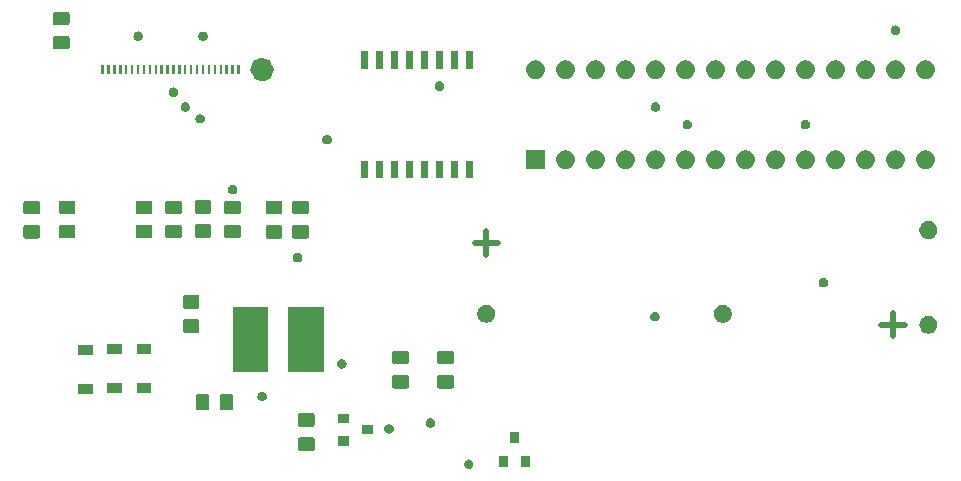
<source format=gbr>
G04 #@! TF.GenerationSoftware,KiCad,Pcbnew,5.0.2-bee76a0~70~ubuntu16.04.1*
G04 #@! TF.CreationDate,2019-03-02T11:38:04+08:00*
G04 #@! TF.ProjectId,OTP,4f54502e-6b69-4636-9164-5f7063625858,v01*
G04 #@! TF.SameCoordinates,Original*
G04 #@! TF.FileFunction,Soldermask,Top*
G04 #@! TF.FilePolarity,Negative*
%FSLAX46Y46*%
G04 Gerber Fmt 4.6, Leading zero omitted, Abs format (unit mm)*
G04 Created by KiCad (PCBNEW 5.0.2-bee76a0~70~ubuntu16.04.1) date Saturday, 02 March, 2019 11:38:04 AM PST*
%MOMM*%
%LPD*%
G01*
G04 APERTURE LIST*
%ADD10C,1.000000*%
%ADD11C,0.500000*%
%ADD12C,0.100000*%
G04 APERTURE END LIST*
D10*
G04 #@! TO.C,J1*
X161500000Y-53340000D02*
G75*
G03X161500000Y-53340000I-500000J0D01*
G01*
D11*
G04 #@! TO.C,BT1*
X214424000Y-73930000D02*
X214424000Y-75930000D01*
X215424000Y-74930000D02*
X213424000Y-74930000D01*
G04 #@! TO.C,BT2*
X180000000Y-67000000D02*
X180000000Y-69000000D01*
X179000000Y-68000000D02*
X181000000Y-68000000D01*
D12*
G36*
X178616676Y-86365372D02*
X178689468Y-86395523D01*
X178754989Y-86439303D01*
X178810697Y-86495011D01*
X178854477Y-86560532D01*
X178884628Y-86633324D01*
X178900000Y-86710604D01*
X178900000Y-86789396D01*
X178884628Y-86866676D01*
X178854477Y-86939468D01*
X178810697Y-87004989D01*
X178754989Y-87060697D01*
X178689468Y-87104477D01*
X178616676Y-87134628D01*
X178539397Y-87150000D01*
X178460603Y-87150000D01*
X178383324Y-87134628D01*
X178310532Y-87104477D01*
X178245011Y-87060697D01*
X178189303Y-87004989D01*
X178145523Y-86939468D01*
X178115372Y-86866676D01*
X178100000Y-86789396D01*
X178100000Y-86710604D01*
X178115372Y-86633324D01*
X178145523Y-86560532D01*
X178189303Y-86495011D01*
X178245011Y-86439303D01*
X178310532Y-86395523D01*
X178383324Y-86365372D01*
X178460603Y-86350000D01*
X178539397Y-86350000D01*
X178616676Y-86365372D01*
X178616676Y-86365372D01*
G37*
G36*
X183722000Y-86950000D02*
X182922000Y-86950000D01*
X182922000Y-86050000D01*
X183722000Y-86050000D01*
X183722000Y-86950000D01*
X183722000Y-86950000D01*
G37*
G36*
X181822000Y-86950000D02*
X181022000Y-86950000D01*
X181022000Y-86050000D01*
X181822000Y-86050000D01*
X181822000Y-86950000D01*
X181822000Y-86950000D01*
G37*
G36*
X165305522Y-84479039D02*
X165339053Y-84489211D01*
X165369960Y-84505731D01*
X165397043Y-84527957D01*
X165419269Y-84555040D01*
X165435789Y-84585947D01*
X165445961Y-84619478D01*
X165450000Y-84660487D01*
X165450000Y-85439513D01*
X165445961Y-85480522D01*
X165435789Y-85514053D01*
X165419269Y-85544960D01*
X165397043Y-85572043D01*
X165369960Y-85594269D01*
X165339053Y-85610789D01*
X165305522Y-85620961D01*
X165264513Y-85625000D01*
X164235487Y-85625000D01*
X164194478Y-85620961D01*
X164160947Y-85610789D01*
X164130040Y-85594269D01*
X164102957Y-85572043D01*
X164080731Y-85544960D01*
X164064211Y-85514053D01*
X164054039Y-85480522D01*
X164050000Y-85439513D01*
X164050000Y-84660487D01*
X164054039Y-84619478D01*
X164064211Y-84585947D01*
X164080731Y-84555040D01*
X164102957Y-84527957D01*
X164130040Y-84505731D01*
X164160947Y-84489211D01*
X164194478Y-84479039D01*
X164235487Y-84475000D01*
X165264513Y-84475000D01*
X165305522Y-84479039D01*
X165305522Y-84479039D01*
G37*
G36*
X168360000Y-85170000D02*
X167460000Y-85170000D01*
X167460000Y-84370000D01*
X168360000Y-84370000D01*
X168360000Y-85170000D01*
X168360000Y-85170000D01*
G37*
G36*
X182772000Y-84950000D02*
X181972000Y-84950000D01*
X181972000Y-84050000D01*
X182772000Y-84050000D01*
X182772000Y-84950000D01*
X182772000Y-84950000D01*
G37*
G36*
X170360000Y-84220000D02*
X169460000Y-84220000D01*
X169460000Y-83420000D01*
X170360000Y-83420000D01*
X170360000Y-84220000D01*
X170360000Y-84220000D01*
G37*
G36*
X171866676Y-83365372D02*
X171939468Y-83395523D01*
X171939471Y-83395525D01*
X171991848Y-83430522D01*
X172004989Y-83439303D01*
X172060697Y-83495011D01*
X172060699Y-83495014D01*
X172060700Y-83495015D01*
X172093610Y-83544269D01*
X172104477Y-83560532D01*
X172134628Y-83633324D01*
X172150000Y-83710604D01*
X172150000Y-83789396D01*
X172134628Y-83866676D01*
X172104477Y-83939468D01*
X172060697Y-84004989D01*
X172004989Y-84060697D01*
X171939468Y-84104477D01*
X171866676Y-84134628D01*
X171789397Y-84150000D01*
X171710603Y-84150000D01*
X171633324Y-84134628D01*
X171560532Y-84104477D01*
X171495011Y-84060697D01*
X171439303Y-84004989D01*
X171395523Y-83939468D01*
X171365372Y-83866676D01*
X171350000Y-83789396D01*
X171350000Y-83710604D01*
X171365372Y-83633324D01*
X171395523Y-83560532D01*
X171406390Y-83544269D01*
X171439300Y-83495015D01*
X171439301Y-83495014D01*
X171439303Y-83495011D01*
X171495011Y-83439303D01*
X171508153Y-83430522D01*
X171560529Y-83395525D01*
X171560532Y-83395523D01*
X171633324Y-83365372D01*
X171710603Y-83350000D01*
X171789397Y-83350000D01*
X171866676Y-83365372D01*
X171866676Y-83365372D01*
G37*
G36*
X175366676Y-82865372D02*
X175439468Y-82895523D01*
X175504989Y-82939303D01*
X175560697Y-82995011D01*
X175604477Y-83060532D01*
X175634628Y-83133324D01*
X175650000Y-83210604D01*
X175650000Y-83289396D01*
X175634628Y-83366676D01*
X175604477Y-83439468D01*
X175604475Y-83439471D01*
X175562844Y-83501777D01*
X175560697Y-83504989D01*
X175504989Y-83560697D01*
X175504986Y-83560699D01*
X175504985Y-83560700D01*
X175439471Y-83604475D01*
X175439468Y-83604477D01*
X175369824Y-83633324D01*
X175366676Y-83634628D01*
X175289397Y-83650000D01*
X175210603Y-83650000D01*
X175133324Y-83634628D01*
X175130176Y-83633324D01*
X175060532Y-83604477D01*
X175060529Y-83604475D01*
X174995015Y-83560700D01*
X174995014Y-83560699D01*
X174995011Y-83560697D01*
X174939303Y-83504989D01*
X174937157Y-83501777D01*
X174895525Y-83439471D01*
X174895523Y-83439468D01*
X174865372Y-83366676D01*
X174850000Y-83289396D01*
X174850000Y-83210604D01*
X174865372Y-83133324D01*
X174895523Y-83060532D01*
X174939303Y-82995011D01*
X174995011Y-82939303D01*
X175060532Y-82895523D01*
X175133324Y-82865372D01*
X175210603Y-82850000D01*
X175289397Y-82850000D01*
X175366676Y-82865372D01*
X175366676Y-82865372D01*
G37*
G36*
X165305522Y-82429039D02*
X165339053Y-82439211D01*
X165369960Y-82455731D01*
X165397043Y-82477957D01*
X165419269Y-82505040D01*
X165435789Y-82535947D01*
X165445961Y-82569478D01*
X165450000Y-82610487D01*
X165450000Y-83389513D01*
X165445961Y-83430522D01*
X165435789Y-83464053D01*
X165419269Y-83494960D01*
X165397043Y-83522043D01*
X165369960Y-83544269D01*
X165339053Y-83560789D01*
X165305522Y-83570961D01*
X165264513Y-83575000D01*
X164235487Y-83575000D01*
X164194478Y-83570961D01*
X164160947Y-83560789D01*
X164130040Y-83544269D01*
X164102957Y-83522043D01*
X164080731Y-83494960D01*
X164064211Y-83464053D01*
X164054039Y-83430522D01*
X164050000Y-83389513D01*
X164050000Y-82610487D01*
X164054039Y-82569478D01*
X164064211Y-82535947D01*
X164080731Y-82505040D01*
X164102957Y-82477957D01*
X164130040Y-82455731D01*
X164160947Y-82439211D01*
X164194478Y-82429039D01*
X164235487Y-82425000D01*
X165264513Y-82425000D01*
X165305522Y-82429039D01*
X165305522Y-82429039D01*
G37*
G36*
X168360000Y-83270000D02*
X167460000Y-83270000D01*
X167460000Y-82470000D01*
X168360000Y-82470000D01*
X168360000Y-83270000D01*
X168360000Y-83270000D01*
G37*
G36*
X158430522Y-80804039D02*
X158464053Y-80814211D01*
X158494960Y-80830731D01*
X158522043Y-80852957D01*
X158544269Y-80880040D01*
X158560789Y-80910947D01*
X158570961Y-80944478D01*
X158575000Y-80985487D01*
X158575000Y-82014513D01*
X158570961Y-82055522D01*
X158560789Y-82089053D01*
X158544269Y-82119960D01*
X158522043Y-82147043D01*
X158494960Y-82169269D01*
X158464053Y-82185789D01*
X158430522Y-82195961D01*
X158389513Y-82200000D01*
X157610487Y-82200000D01*
X157569478Y-82195961D01*
X157535947Y-82185789D01*
X157505040Y-82169269D01*
X157477957Y-82147043D01*
X157455731Y-82119960D01*
X157439211Y-82089053D01*
X157429039Y-82055522D01*
X157425000Y-82014513D01*
X157425000Y-80985487D01*
X157429039Y-80944478D01*
X157439211Y-80910947D01*
X157455731Y-80880040D01*
X157477957Y-80852957D01*
X157505040Y-80830731D01*
X157535947Y-80814211D01*
X157569478Y-80804039D01*
X157610487Y-80800000D01*
X158389513Y-80800000D01*
X158430522Y-80804039D01*
X158430522Y-80804039D01*
G37*
G36*
X156380522Y-80804039D02*
X156414053Y-80814211D01*
X156444960Y-80830731D01*
X156472043Y-80852957D01*
X156494269Y-80880040D01*
X156510789Y-80910947D01*
X156520961Y-80944478D01*
X156525000Y-80985487D01*
X156525000Y-82014513D01*
X156520961Y-82055522D01*
X156510789Y-82089053D01*
X156494269Y-82119960D01*
X156472043Y-82147043D01*
X156444960Y-82169269D01*
X156414053Y-82185789D01*
X156380522Y-82195961D01*
X156339513Y-82200000D01*
X155560487Y-82200000D01*
X155519478Y-82195961D01*
X155485947Y-82185789D01*
X155455040Y-82169269D01*
X155427957Y-82147043D01*
X155405731Y-82119960D01*
X155389211Y-82089053D01*
X155379039Y-82055522D01*
X155375000Y-82014513D01*
X155375000Y-80985487D01*
X155379039Y-80944478D01*
X155389211Y-80910947D01*
X155405731Y-80880040D01*
X155427957Y-80852957D01*
X155455040Y-80830731D01*
X155485947Y-80814211D01*
X155519478Y-80804039D01*
X155560487Y-80800000D01*
X156339513Y-80800000D01*
X156380522Y-80804039D01*
X156380522Y-80804039D01*
G37*
G36*
X161116676Y-80615372D02*
X161189468Y-80645523D01*
X161254989Y-80689303D01*
X161310697Y-80745011D01*
X161310699Y-80745014D01*
X161310700Y-80745015D01*
X161350650Y-80804804D01*
X161354477Y-80810532D01*
X161384628Y-80883324D01*
X161400000Y-80960604D01*
X161400000Y-81039396D01*
X161384628Y-81116676D01*
X161354477Y-81189468D01*
X161310697Y-81254989D01*
X161254989Y-81310697D01*
X161189468Y-81354477D01*
X161116676Y-81384628D01*
X161039397Y-81400000D01*
X160960603Y-81400000D01*
X160883324Y-81384628D01*
X160810532Y-81354477D01*
X160745011Y-81310697D01*
X160689303Y-81254989D01*
X160645523Y-81189468D01*
X160615372Y-81116676D01*
X160600000Y-81039396D01*
X160600000Y-80960604D01*
X160615372Y-80883324D01*
X160645523Y-80810532D01*
X160649350Y-80804804D01*
X160689300Y-80745015D01*
X160689301Y-80745014D01*
X160689303Y-80745011D01*
X160745011Y-80689303D01*
X160810532Y-80645523D01*
X160883324Y-80615372D01*
X160960603Y-80600000D01*
X161039397Y-80600000D01*
X161116676Y-80615372D01*
X161116676Y-80615372D01*
G37*
G36*
X146650000Y-80840000D02*
X145450000Y-80840000D01*
X145450000Y-79940000D01*
X146650000Y-79940000D01*
X146650000Y-80840000D01*
X146650000Y-80840000D01*
G37*
G36*
X149100000Y-80750000D02*
X147900000Y-80750000D01*
X147900000Y-79850000D01*
X149100000Y-79850000D01*
X149100000Y-80750000D01*
X149100000Y-80750000D01*
G37*
G36*
X151600000Y-80750000D02*
X150400000Y-80750000D01*
X150400000Y-79850000D01*
X151600000Y-79850000D01*
X151600000Y-80750000D01*
X151600000Y-80750000D01*
G37*
G36*
X173275522Y-79203039D02*
X173309053Y-79213211D01*
X173339960Y-79229731D01*
X173367043Y-79251957D01*
X173389269Y-79279040D01*
X173405789Y-79309947D01*
X173415961Y-79343478D01*
X173420000Y-79384487D01*
X173420000Y-80163513D01*
X173415961Y-80204522D01*
X173405789Y-80238053D01*
X173389269Y-80268960D01*
X173367043Y-80296043D01*
X173339960Y-80318269D01*
X173309053Y-80334789D01*
X173275522Y-80344961D01*
X173234513Y-80349000D01*
X172205487Y-80349000D01*
X172164478Y-80344961D01*
X172130947Y-80334789D01*
X172100040Y-80318269D01*
X172072957Y-80296043D01*
X172050731Y-80268960D01*
X172034211Y-80238053D01*
X172024039Y-80204522D01*
X172020000Y-80163513D01*
X172020000Y-79384487D01*
X172024039Y-79343478D01*
X172034211Y-79309947D01*
X172050731Y-79279040D01*
X172072957Y-79251957D01*
X172100040Y-79229731D01*
X172130947Y-79213211D01*
X172164478Y-79203039D01*
X172205487Y-79199000D01*
X173234513Y-79199000D01*
X173275522Y-79203039D01*
X173275522Y-79203039D01*
G37*
G36*
X177085522Y-79203039D02*
X177119053Y-79213211D01*
X177149960Y-79229731D01*
X177177043Y-79251957D01*
X177199269Y-79279040D01*
X177215789Y-79309947D01*
X177225961Y-79343478D01*
X177230000Y-79384487D01*
X177230000Y-80163513D01*
X177225961Y-80204522D01*
X177215789Y-80238053D01*
X177199269Y-80268960D01*
X177177043Y-80296043D01*
X177149960Y-80318269D01*
X177119053Y-80334789D01*
X177085522Y-80344961D01*
X177044513Y-80349000D01*
X176015487Y-80349000D01*
X175974478Y-80344961D01*
X175940947Y-80334789D01*
X175910040Y-80318269D01*
X175882957Y-80296043D01*
X175860731Y-80268960D01*
X175844211Y-80238053D01*
X175834039Y-80204522D01*
X175830000Y-80163513D01*
X175830000Y-79384487D01*
X175834039Y-79343478D01*
X175844211Y-79309947D01*
X175860731Y-79279040D01*
X175882957Y-79251957D01*
X175910040Y-79229731D01*
X175940947Y-79213211D01*
X175974478Y-79203039D01*
X176015487Y-79199000D01*
X177044513Y-79199000D01*
X177085522Y-79203039D01*
X177085522Y-79203039D01*
G37*
G36*
X161520000Y-78950000D02*
X158520000Y-78950000D01*
X158520000Y-73450000D01*
X161520000Y-73450000D01*
X161520000Y-78950000D01*
X161520000Y-78950000D01*
G37*
G36*
X166220000Y-78950000D02*
X163220000Y-78950000D01*
X163220000Y-73450000D01*
X166220000Y-73450000D01*
X166220000Y-78950000D01*
X166220000Y-78950000D01*
G37*
G36*
X167866676Y-77865372D02*
X167939468Y-77895523D01*
X168004989Y-77939303D01*
X168060697Y-77995011D01*
X168104477Y-78060532D01*
X168126422Y-78113513D01*
X168134628Y-78133324D01*
X168145483Y-78187893D01*
X168150000Y-78210604D01*
X168150000Y-78289396D01*
X168134628Y-78366676D01*
X168104477Y-78439468D01*
X168060697Y-78504989D01*
X168004989Y-78560697D01*
X167939468Y-78604477D01*
X167866676Y-78634628D01*
X167789397Y-78650000D01*
X167710603Y-78650000D01*
X167633324Y-78634628D01*
X167560532Y-78604477D01*
X167495011Y-78560697D01*
X167439303Y-78504989D01*
X167395523Y-78439468D01*
X167365372Y-78366676D01*
X167350000Y-78289396D01*
X167350000Y-78210604D01*
X167354518Y-78187893D01*
X167365372Y-78133324D01*
X167373578Y-78113513D01*
X167395523Y-78060532D01*
X167439303Y-77995011D01*
X167495011Y-77939303D01*
X167560532Y-77895523D01*
X167633324Y-77865372D01*
X167710603Y-77850000D01*
X167789397Y-77850000D01*
X167866676Y-77865372D01*
X167866676Y-77865372D01*
G37*
G36*
X173275522Y-77153039D02*
X173309053Y-77163211D01*
X173339960Y-77179731D01*
X173367043Y-77201957D01*
X173389269Y-77229040D01*
X173405789Y-77259947D01*
X173415961Y-77293478D01*
X173420000Y-77334487D01*
X173420000Y-78113513D01*
X173415961Y-78154522D01*
X173405789Y-78188053D01*
X173389269Y-78218960D01*
X173367043Y-78246043D01*
X173339960Y-78268269D01*
X173309053Y-78284789D01*
X173275522Y-78294961D01*
X173234513Y-78299000D01*
X172205487Y-78299000D01*
X172164478Y-78294961D01*
X172130947Y-78284789D01*
X172100040Y-78268269D01*
X172072957Y-78246043D01*
X172050731Y-78218960D01*
X172034211Y-78188053D01*
X172024039Y-78154522D01*
X172020000Y-78113513D01*
X172020000Y-77334487D01*
X172024039Y-77293478D01*
X172034211Y-77259947D01*
X172050731Y-77229040D01*
X172072957Y-77201957D01*
X172100040Y-77179731D01*
X172130947Y-77163211D01*
X172164478Y-77153039D01*
X172205487Y-77149000D01*
X173234513Y-77149000D01*
X173275522Y-77153039D01*
X173275522Y-77153039D01*
G37*
G36*
X177085522Y-77153039D02*
X177119053Y-77163211D01*
X177149960Y-77179731D01*
X177177043Y-77201957D01*
X177199269Y-77229040D01*
X177215789Y-77259947D01*
X177225961Y-77293478D01*
X177230000Y-77334487D01*
X177230000Y-78113513D01*
X177225961Y-78154522D01*
X177215789Y-78188053D01*
X177199269Y-78218960D01*
X177177043Y-78246043D01*
X177149960Y-78268269D01*
X177119053Y-78284789D01*
X177085522Y-78294961D01*
X177044513Y-78299000D01*
X176015487Y-78299000D01*
X175974478Y-78294961D01*
X175940947Y-78284789D01*
X175910040Y-78268269D01*
X175882957Y-78246043D01*
X175860731Y-78218960D01*
X175844211Y-78188053D01*
X175834039Y-78154522D01*
X175830000Y-78113513D01*
X175830000Y-77334487D01*
X175834039Y-77293478D01*
X175844211Y-77259947D01*
X175860731Y-77229040D01*
X175882957Y-77201957D01*
X175910040Y-77179731D01*
X175940947Y-77163211D01*
X175974478Y-77153039D01*
X176015487Y-77149000D01*
X177044513Y-77149000D01*
X177085522Y-77153039D01*
X177085522Y-77153039D01*
G37*
G36*
X146650000Y-77540000D02*
X145450000Y-77540000D01*
X145450000Y-76640000D01*
X146650000Y-76640000D01*
X146650000Y-77540000D01*
X146650000Y-77540000D01*
G37*
G36*
X151600000Y-77450000D02*
X150400000Y-77450000D01*
X150400000Y-76550000D01*
X151600000Y-76550000D01*
X151600000Y-77450000D01*
X151600000Y-77450000D01*
G37*
G36*
X149100000Y-77450000D02*
X147900000Y-77450000D01*
X147900000Y-76550000D01*
X149100000Y-76550000D01*
X149100000Y-77450000D01*
X149100000Y-77450000D01*
G37*
G36*
X217597195Y-74187522D02*
X217646267Y-74197283D01*
X217784942Y-74254724D01*
X217909750Y-74338118D01*
X218015882Y-74444250D01*
X218015884Y-74444253D01*
X218099276Y-74569058D01*
X218156717Y-74707733D01*
X218166478Y-74756805D01*
X218186000Y-74854948D01*
X218186000Y-75005052D01*
X218156717Y-75152266D01*
X218099276Y-75290942D01*
X218015882Y-75415750D01*
X217909750Y-75521882D01*
X217909747Y-75521884D01*
X217784942Y-75605276D01*
X217646267Y-75662717D01*
X217597195Y-75672478D01*
X217499052Y-75692000D01*
X217348948Y-75692000D01*
X217250805Y-75672478D01*
X217201733Y-75662717D01*
X217063058Y-75605276D01*
X216938253Y-75521884D01*
X216938250Y-75521882D01*
X216832118Y-75415750D01*
X216748724Y-75290942D01*
X216691283Y-75152266D01*
X216662000Y-75005052D01*
X216662000Y-74854948D01*
X216681522Y-74756805D01*
X216691283Y-74707733D01*
X216748724Y-74569058D01*
X216832116Y-74444253D01*
X216832118Y-74444250D01*
X216938250Y-74338118D01*
X217063058Y-74254724D01*
X217201733Y-74197283D01*
X217250805Y-74187522D01*
X217348948Y-74168000D01*
X217499052Y-74168000D01*
X217597195Y-74187522D01*
X217597195Y-74187522D01*
G37*
G36*
X155555522Y-74479039D02*
X155589053Y-74489211D01*
X155619960Y-74505731D01*
X155647043Y-74527957D01*
X155669269Y-74555040D01*
X155685789Y-74585947D01*
X155695961Y-74619478D01*
X155700000Y-74660487D01*
X155700000Y-75439513D01*
X155695961Y-75480522D01*
X155685789Y-75514053D01*
X155669269Y-75544960D01*
X155647043Y-75572043D01*
X155619960Y-75594269D01*
X155589053Y-75610789D01*
X155555522Y-75620961D01*
X155514513Y-75625000D01*
X154485487Y-75625000D01*
X154444478Y-75620961D01*
X154410947Y-75610789D01*
X154380040Y-75594269D01*
X154352957Y-75572043D01*
X154330731Y-75544960D01*
X154314211Y-75514053D01*
X154304039Y-75480522D01*
X154300000Y-75439513D01*
X154300000Y-74660487D01*
X154304039Y-74619478D01*
X154314211Y-74585947D01*
X154330731Y-74555040D01*
X154352957Y-74527957D01*
X154380040Y-74505731D01*
X154410947Y-74489211D01*
X154444478Y-74479039D01*
X154485487Y-74475000D01*
X155514513Y-74475000D01*
X155555522Y-74479039D01*
X155555522Y-74479039D01*
G37*
G36*
X180173195Y-73257522D02*
X180222267Y-73267283D01*
X180360942Y-73324724D01*
X180485750Y-73408118D01*
X180591882Y-73514250D01*
X180591884Y-73514253D01*
X180675276Y-73639058D01*
X180732717Y-73777733D01*
X180762000Y-73924950D01*
X180762000Y-74075050D01*
X180737687Y-74197283D01*
X180732717Y-74222266D01*
X180675276Y-74360942D01*
X180591882Y-74485750D01*
X180485750Y-74591882D01*
X180485747Y-74591884D01*
X180360942Y-74675276D01*
X180222267Y-74732717D01*
X180173195Y-74742478D01*
X180075052Y-74762000D01*
X179924948Y-74762000D01*
X179826805Y-74742478D01*
X179777733Y-74732717D01*
X179639058Y-74675276D01*
X179514253Y-74591884D01*
X179514250Y-74591882D01*
X179408118Y-74485750D01*
X179324724Y-74360942D01*
X179267283Y-74222266D01*
X179262314Y-74197283D01*
X179238000Y-74075050D01*
X179238000Y-73924950D01*
X179267283Y-73777733D01*
X179324724Y-73639058D01*
X179408116Y-73514253D01*
X179408118Y-73514250D01*
X179514250Y-73408118D01*
X179639058Y-73324724D01*
X179777733Y-73267283D01*
X179826805Y-73257522D01*
X179924948Y-73238000D01*
X180075052Y-73238000D01*
X180173195Y-73257522D01*
X180173195Y-73257522D01*
G37*
G36*
X200173195Y-73257522D02*
X200222267Y-73267283D01*
X200360942Y-73324724D01*
X200485750Y-73408118D01*
X200591882Y-73514250D01*
X200591884Y-73514253D01*
X200675276Y-73639058D01*
X200732717Y-73777733D01*
X200762000Y-73924950D01*
X200762000Y-74075050D01*
X200737687Y-74197283D01*
X200732717Y-74222266D01*
X200675276Y-74360942D01*
X200591882Y-74485750D01*
X200485750Y-74591882D01*
X200485747Y-74591884D01*
X200360942Y-74675276D01*
X200222267Y-74732717D01*
X200173195Y-74742478D01*
X200075052Y-74762000D01*
X199924948Y-74762000D01*
X199826805Y-74742478D01*
X199777733Y-74732717D01*
X199639058Y-74675276D01*
X199514253Y-74591884D01*
X199514250Y-74591882D01*
X199408118Y-74485750D01*
X199324724Y-74360942D01*
X199267283Y-74222266D01*
X199262314Y-74197283D01*
X199238000Y-74075050D01*
X199238000Y-73924950D01*
X199267283Y-73777733D01*
X199324724Y-73639058D01*
X199408116Y-73514253D01*
X199408118Y-73514250D01*
X199514250Y-73408118D01*
X199639058Y-73324724D01*
X199777733Y-73267283D01*
X199826805Y-73257522D01*
X199924948Y-73238000D01*
X200075052Y-73238000D01*
X200173195Y-73257522D01*
X200173195Y-73257522D01*
G37*
G36*
X194366676Y-73865372D02*
X194439468Y-73895523D01*
X194439471Y-73895525D01*
X194483509Y-73924950D01*
X194504989Y-73939303D01*
X194560697Y-73995011D01*
X194604477Y-74060532D01*
X194634628Y-74133324D01*
X194650000Y-74210604D01*
X194650000Y-74289396D01*
X194634628Y-74366676D01*
X194604477Y-74439468D01*
X194604475Y-74439471D01*
X194578037Y-74479039D01*
X194560697Y-74504989D01*
X194504989Y-74560697D01*
X194504986Y-74560699D01*
X194504985Y-74560700D01*
X194458318Y-74591882D01*
X194439468Y-74604477D01*
X194379469Y-74629329D01*
X194366676Y-74634628D01*
X194289397Y-74650000D01*
X194210603Y-74650000D01*
X194133324Y-74634628D01*
X194120531Y-74629329D01*
X194060532Y-74604477D01*
X194041682Y-74591882D01*
X193995015Y-74560700D01*
X193995014Y-74560699D01*
X193995011Y-74560697D01*
X193939303Y-74504989D01*
X193921964Y-74479039D01*
X193895525Y-74439471D01*
X193895523Y-74439468D01*
X193865372Y-74366676D01*
X193850000Y-74289396D01*
X193850000Y-74210604D01*
X193865372Y-74133324D01*
X193895523Y-74060532D01*
X193939303Y-73995011D01*
X193995011Y-73939303D01*
X194016492Y-73924950D01*
X194060529Y-73895525D01*
X194060532Y-73895523D01*
X194133324Y-73865372D01*
X194210603Y-73850000D01*
X194289397Y-73850000D01*
X194366676Y-73865372D01*
X194366676Y-73865372D01*
G37*
G36*
X155555522Y-72429039D02*
X155589053Y-72439211D01*
X155619960Y-72455731D01*
X155647043Y-72477957D01*
X155669269Y-72505040D01*
X155685789Y-72535947D01*
X155695961Y-72569478D01*
X155700000Y-72610487D01*
X155700000Y-73389513D01*
X155695961Y-73430522D01*
X155685789Y-73464053D01*
X155669269Y-73494960D01*
X155647043Y-73522043D01*
X155619960Y-73544269D01*
X155589053Y-73560789D01*
X155555522Y-73570961D01*
X155514513Y-73575000D01*
X154485487Y-73575000D01*
X154444478Y-73570961D01*
X154410947Y-73560789D01*
X154380040Y-73544269D01*
X154352957Y-73522043D01*
X154330731Y-73494960D01*
X154314211Y-73464053D01*
X154304039Y-73430522D01*
X154300000Y-73389513D01*
X154300000Y-72610487D01*
X154304039Y-72569478D01*
X154314211Y-72535947D01*
X154330731Y-72505040D01*
X154352957Y-72477957D01*
X154380040Y-72455731D01*
X154410947Y-72439211D01*
X154444478Y-72429039D01*
X154485487Y-72425000D01*
X155514513Y-72425000D01*
X155555522Y-72429039D01*
X155555522Y-72429039D01*
G37*
G36*
X208650676Y-70989372D02*
X208723468Y-71019523D01*
X208788989Y-71063303D01*
X208844697Y-71119011D01*
X208888477Y-71184532D01*
X208918628Y-71257324D01*
X208934000Y-71334604D01*
X208934000Y-71413396D01*
X208918628Y-71490676D01*
X208888477Y-71563468D01*
X208844697Y-71628989D01*
X208788989Y-71684697D01*
X208723468Y-71728477D01*
X208650676Y-71758628D01*
X208573397Y-71774000D01*
X208494603Y-71774000D01*
X208417324Y-71758628D01*
X208344532Y-71728477D01*
X208279011Y-71684697D01*
X208223303Y-71628989D01*
X208179523Y-71563468D01*
X208149372Y-71490676D01*
X208134000Y-71413396D01*
X208134000Y-71334604D01*
X208149372Y-71257324D01*
X208179523Y-71184532D01*
X208223303Y-71119011D01*
X208279011Y-71063303D01*
X208344532Y-71019523D01*
X208417324Y-70989372D01*
X208494603Y-70974000D01*
X208573397Y-70974000D01*
X208650676Y-70989372D01*
X208650676Y-70989372D01*
G37*
G36*
X164116676Y-68865372D02*
X164189468Y-68895523D01*
X164254989Y-68939303D01*
X164310697Y-68995011D01*
X164354477Y-69060532D01*
X164384628Y-69133324D01*
X164400000Y-69210604D01*
X164400000Y-69289396D01*
X164384628Y-69366676D01*
X164354477Y-69439468D01*
X164310697Y-69504989D01*
X164254989Y-69560697D01*
X164189468Y-69604477D01*
X164116676Y-69634628D01*
X164039397Y-69650000D01*
X163960603Y-69650000D01*
X163883324Y-69634628D01*
X163810532Y-69604477D01*
X163745011Y-69560697D01*
X163689303Y-69504989D01*
X163645523Y-69439468D01*
X163615372Y-69366676D01*
X163600000Y-69289396D01*
X163600000Y-69210604D01*
X163615372Y-69133324D01*
X163645523Y-69060532D01*
X163689303Y-68995011D01*
X163745011Y-68939303D01*
X163810532Y-68895523D01*
X163883324Y-68865372D01*
X163960603Y-68850000D01*
X164039397Y-68850000D01*
X164116676Y-68865372D01*
X164116676Y-68865372D01*
G37*
G36*
X217597195Y-66187522D02*
X217646267Y-66197283D01*
X217784942Y-66254724D01*
X217909750Y-66338118D01*
X218015882Y-66444250D01*
X218015884Y-66444253D01*
X218099276Y-66569058D01*
X218143667Y-66676227D01*
X218156717Y-66707734D01*
X218186000Y-66854948D01*
X218186000Y-67005052D01*
X218156717Y-67152266D01*
X218099276Y-67290942D01*
X218015882Y-67415750D01*
X217909750Y-67521882D01*
X217909747Y-67521884D01*
X217784942Y-67605276D01*
X217646267Y-67662717D01*
X217597195Y-67672478D01*
X217499052Y-67692000D01*
X217348948Y-67692000D01*
X217250805Y-67672478D01*
X217201733Y-67662717D01*
X217063058Y-67605276D01*
X216938253Y-67521884D01*
X216938250Y-67521882D01*
X216832118Y-67415750D01*
X216748724Y-67290942D01*
X216691283Y-67152266D01*
X216662000Y-67005052D01*
X216662000Y-66854948D01*
X216691283Y-66707734D01*
X216704334Y-66676227D01*
X216748724Y-66569058D01*
X216832116Y-66444253D01*
X216832118Y-66444250D01*
X216938250Y-66338118D01*
X217063058Y-66254724D01*
X217201733Y-66197283D01*
X217250805Y-66187522D01*
X217348948Y-66168000D01*
X217499052Y-66168000D01*
X217597195Y-66187522D01*
X217597195Y-66187522D01*
G37*
G36*
X162555522Y-66503039D02*
X162589053Y-66513211D01*
X162619960Y-66529731D01*
X162647043Y-66551957D01*
X162669269Y-66579040D01*
X162685789Y-66609947D01*
X162695961Y-66643478D01*
X162700000Y-66684487D01*
X162700000Y-67463513D01*
X162695961Y-67504522D01*
X162685789Y-67538053D01*
X162669269Y-67568960D01*
X162647043Y-67596043D01*
X162619960Y-67618269D01*
X162589053Y-67634789D01*
X162555522Y-67644961D01*
X162514513Y-67649000D01*
X161485487Y-67649000D01*
X161444478Y-67644961D01*
X161410947Y-67634789D01*
X161380040Y-67618269D01*
X161352957Y-67596043D01*
X161330731Y-67568960D01*
X161314211Y-67538053D01*
X161304039Y-67504522D01*
X161300000Y-67463513D01*
X161300000Y-66684487D01*
X161304039Y-66643478D01*
X161314211Y-66609947D01*
X161330731Y-66579040D01*
X161352957Y-66551957D01*
X161380040Y-66529731D01*
X161410947Y-66513211D01*
X161444478Y-66503039D01*
X161485487Y-66499000D01*
X162514513Y-66499000D01*
X162555522Y-66503039D01*
X162555522Y-66503039D01*
G37*
G36*
X142055522Y-66494039D02*
X142089053Y-66504211D01*
X142119960Y-66520731D01*
X142147043Y-66542957D01*
X142169269Y-66570040D01*
X142185789Y-66600947D01*
X142195961Y-66634478D01*
X142200000Y-66675487D01*
X142200000Y-67454513D01*
X142195961Y-67495522D01*
X142185789Y-67529053D01*
X142169269Y-67559960D01*
X142147043Y-67587043D01*
X142119960Y-67609269D01*
X142089053Y-67625789D01*
X142055522Y-67635961D01*
X142014513Y-67640000D01*
X140985487Y-67640000D01*
X140944478Y-67635961D01*
X140910947Y-67625789D01*
X140880040Y-67609269D01*
X140852957Y-67587043D01*
X140830731Y-67559960D01*
X140814211Y-67529053D01*
X140804039Y-67495522D01*
X140800000Y-67454513D01*
X140800000Y-66675487D01*
X140804039Y-66634478D01*
X140814211Y-66600947D01*
X140830731Y-66570040D01*
X140852957Y-66542957D01*
X140880040Y-66520731D01*
X140910947Y-66504211D01*
X140944478Y-66494039D01*
X140985487Y-66490000D01*
X142014513Y-66490000D01*
X142055522Y-66494039D01*
X142055522Y-66494039D01*
G37*
G36*
X164805522Y-66494039D02*
X164839053Y-66504211D01*
X164869960Y-66520731D01*
X164897043Y-66542957D01*
X164919269Y-66570040D01*
X164935789Y-66600947D01*
X164945961Y-66634478D01*
X164950000Y-66675487D01*
X164950000Y-67454513D01*
X164945961Y-67495522D01*
X164935789Y-67529053D01*
X164919269Y-67559960D01*
X164897043Y-67587043D01*
X164869960Y-67609269D01*
X164839053Y-67625789D01*
X164805522Y-67635961D01*
X164764513Y-67640000D01*
X163735487Y-67640000D01*
X163694478Y-67635961D01*
X163660947Y-67625789D01*
X163630040Y-67609269D01*
X163602957Y-67587043D01*
X163580731Y-67559960D01*
X163564211Y-67529053D01*
X163554039Y-67495522D01*
X163550000Y-67454513D01*
X163550000Y-66675487D01*
X163554039Y-66634478D01*
X163564211Y-66600947D01*
X163580731Y-66570040D01*
X163602957Y-66542957D01*
X163630040Y-66520731D01*
X163660947Y-66504211D01*
X163694478Y-66494039D01*
X163735487Y-66490000D01*
X164764513Y-66490000D01*
X164805522Y-66494039D01*
X164805522Y-66494039D01*
G37*
G36*
X151555522Y-66479039D02*
X151589053Y-66489211D01*
X151619960Y-66505731D01*
X151647043Y-66527957D01*
X151669269Y-66555040D01*
X151685789Y-66585947D01*
X151695961Y-66619478D01*
X151700000Y-66660487D01*
X151700000Y-67439513D01*
X151695961Y-67480522D01*
X151685789Y-67514053D01*
X151669269Y-67544960D01*
X151647043Y-67572043D01*
X151619960Y-67594269D01*
X151589053Y-67610789D01*
X151555522Y-67620961D01*
X151514513Y-67625000D01*
X150485487Y-67625000D01*
X150444478Y-67620961D01*
X150410947Y-67610789D01*
X150380040Y-67594269D01*
X150352957Y-67572043D01*
X150330731Y-67544960D01*
X150314211Y-67514053D01*
X150304039Y-67480522D01*
X150300000Y-67439513D01*
X150300000Y-66660487D01*
X150304039Y-66619478D01*
X150314211Y-66585947D01*
X150330731Y-66555040D01*
X150352957Y-66527957D01*
X150380040Y-66505731D01*
X150410947Y-66489211D01*
X150444478Y-66479039D01*
X150485487Y-66475000D01*
X151514513Y-66475000D01*
X151555522Y-66479039D01*
X151555522Y-66479039D01*
G37*
G36*
X145055522Y-66479039D02*
X145089053Y-66489211D01*
X145119960Y-66505731D01*
X145147043Y-66527957D01*
X145169269Y-66555040D01*
X145185789Y-66585947D01*
X145195961Y-66619478D01*
X145200000Y-66660487D01*
X145200000Y-67439513D01*
X145195961Y-67480522D01*
X145185789Y-67514053D01*
X145169269Y-67544960D01*
X145147043Y-67572043D01*
X145119960Y-67594269D01*
X145089053Y-67610789D01*
X145055522Y-67620961D01*
X145014513Y-67625000D01*
X143985487Y-67625000D01*
X143944478Y-67620961D01*
X143910947Y-67610789D01*
X143880040Y-67594269D01*
X143852957Y-67572043D01*
X143830731Y-67544960D01*
X143814211Y-67514053D01*
X143804039Y-67480522D01*
X143800000Y-67439513D01*
X143800000Y-66660487D01*
X143804039Y-66619478D01*
X143814211Y-66585947D01*
X143830731Y-66555040D01*
X143852957Y-66527957D01*
X143880040Y-66505731D01*
X143910947Y-66489211D01*
X143944478Y-66479039D01*
X143985487Y-66475000D01*
X145014513Y-66475000D01*
X145055522Y-66479039D01*
X145055522Y-66479039D01*
G37*
G36*
X154055522Y-66479039D02*
X154089053Y-66489211D01*
X154119960Y-66505731D01*
X154147043Y-66527957D01*
X154169269Y-66555040D01*
X154185789Y-66585947D01*
X154195961Y-66619478D01*
X154200000Y-66660487D01*
X154200000Y-67439513D01*
X154195961Y-67480522D01*
X154185789Y-67514053D01*
X154169269Y-67544960D01*
X154147043Y-67572043D01*
X154119960Y-67594269D01*
X154089053Y-67610789D01*
X154055522Y-67620961D01*
X154014513Y-67625000D01*
X152985487Y-67625000D01*
X152944478Y-67620961D01*
X152910947Y-67610789D01*
X152880040Y-67594269D01*
X152852957Y-67572043D01*
X152830731Y-67544960D01*
X152814211Y-67514053D01*
X152804039Y-67480522D01*
X152800000Y-67439513D01*
X152800000Y-66660487D01*
X152804039Y-66619478D01*
X152814211Y-66585947D01*
X152830731Y-66555040D01*
X152852957Y-66527957D01*
X152880040Y-66505731D01*
X152910947Y-66489211D01*
X152944478Y-66479039D01*
X152985487Y-66475000D01*
X154014513Y-66475000D01*
X154055522Y-66479039D01*
X154055522Y-66479039D01*
G37*
G36*
X159055522Y-66479039D02*
X159089053Y-66489211D01*
X159119960Y-66505731D01*
X159147043Y-66527957D01*
X159169269Y-66555040D01*
X159185789Y-66585947D01*
X159195961Y-66619478D01*
X159200000Y-66660487D01*
X159200000Y-67439513D01*
X159195961Y-67480522D01*
X159185789Y-67514053D01*
X159169269Y-67544960D01*
X159147043Y-67572043D01*
X159119960Y-67594269D01*
X159089053Y-67610789D01*
X159055522Y-67620961D01*
X159014513Y-67625000D01*
X157985487Y-67625000D01*
X157944478Y-67620961D01*
X157910947Y-67610789D01*
X157880040Y-67594269D01*
X157852957Y-67572043D01*
X157830731Y-67544960D01*
X157814211Y-67514053D01*
X157804039Y-67480522D01*
X157800000Y-67439513D01*
X157800000Y-66660487D01*
X157804039Y-66619478D01*
X157814211Y-66585947D01*
X157830731Y-66555040D01*
X157852957Y-66527957D01*
X157880040Y-66505731D01*
X157910947Y-66489211D01*
X157944478Y-66479039D01*
X157985487Y-66475000D01*
X159014513Y-66475000D01*
X159055522Y-66479039D01*
X159055522Y-66479039D01*
G37*
G36*
X156555522Y-66429039D02*
X156589053Y-66439211D01*
X156619960Y-66455731D01*
X156647043Y-66477957D01*
X156669269Y-66505040D01*
X156685789Y-66535947D01*
X156695961Y-66569478D01*
X156700000Y-66610487D01*
X156700000Y-67389513D01*
X156695961Y-67430522D01*
X156685789Y-67464053D01*
X156669269Y-67494960D01*
X156647043Y-67522043D01*
X156619960Y-67544269D01*
X156589053Y-67560789D01*
X156555522Y-67570961D01*
X156514513Y-67575000D01*
X155485487Y-67575000D01*
X155444478Y-67570961D01*
X155410947Y-67560789D01*
X155380040Y-67544269D01*
X155352957Y-67522043D01*
X155330731Y-67494960D01*
X155314211Y-67464053D01*
X155304039Y-67430522D01*
X155300000Y-67389513D01*
X155300000Y-66610487D01*
X155304039Y-66569478D01*
X155314211Y-66535947D01*
X155330731Y-66505040D01*
X155352957Y-66477957D01*
X155380040Y-66455731D01*
X155410947Y-66439211D01*
X155444478Y-66429039D01*
X155485487Y-66425000D01*
X156514513Y-66425000D01*
X156555522Y-66429039D01*
X156555522Y-66429039D01*
G37*
G36*
X162555522Y-64453039D02*
X162589053Y-64463211D01*
X162619960Y-64479731D01*
X162647043Y-64501957D01*
X162669269Y-64529040D01*
X162685789Y-64559947D01*
X162695961Y-64593478D01*
X162700000Y-64634487D01*
X162700000Y-65413513D01*
X162695961Y-65454522D01*
X162685789Y-65488053D01*
X162669269Y-65518960D01*
X162647043Y-65546043D01*
X162619960Y-65568269D01*
X162589053Y-65584789D01*
X162555522Y-65594961D01*
X162514513Y-65599000D01*
X161485487Y-65599000D01*
X161444478Y-65594961D01*
X161410947Y-65584789D01*
X161380040Y-65568269D01*
X161352957Y-65546043D01*
X161330731Y-65518960D01*
X161314211Y-65488053D01*
X161304039Y-65454522D01*
X161300000Y-65413513D01*
X161300000Y-64634487D01*
X161304039Y-64593478D01*
X161314211Y-64559947D01*
X161330731Y-64529040D01*
X161352957Y-64501957D01*
X161380040Y-64479731D01*
X161410947Y-64463211D01*
X161444478Y-64453039D01*
X161485487Y-64449000D01*
X162514513Y-64449000D01*
X162555522Y-64453039D01*
X162555522Y-64453039D01*
G37*
G36*
X164805522Y-64444039D02*
X164839053Y-64454211D01*
X164869960Y-64470731D01*
X164897043Y-64492957D01*
X164919269Y-64520040D01*
X164935789Y-64550947D01*
X164945961Y-64584478D01*
X164950000Y-64625487D01*
X164950000Y-65404513D01*
X164945961Y-65445522D01*
X164935789Y-65479053D01*
X164919269Y-65509960D01*
X164897043Y-65537043D01*
X164869960Y-65559269D01*
X164839053Y-65575789D01*
X164805522Y-65585961D01*
X164764513Y-65590000D01*
X163735487Y-65590000D01*
X163694478Y-65585961D01*
X163660947Y-65575789D01*
X163630040Y-65559269D01*
X163602957Y-65537043D01*
X163580731Y-65509960D01*
X163564211Y-65479053D01*
X163554039Y-65445522D01*
X163550000Y-65404513D01*
X163550000Y-64625487D01*
X163554039Y-64584478D01*
X163564211Y-64550947D01*
X163580731Y-64520040D01*
X163602957Y-64492957D01*
X163630040Y-64470731D01*
X163660947Y-64454211D01*
X163694478Y-64444039D01*
X163735487Y-64440000D01*
X164764513Y-64440000D01*
X164805522Y-64444039D01*
X164805522Y-64444039D01*
G37*
G36*
X142055522Y-64444039D02*
X142089053Y-64454211D01*
X142119960Y-64470731D01*
X142147043Y-64492957D01*
X142169269Y-64520040D01*
X142185789Y-64550947D01*
X142195961Y-64584478D01*
X142200000Y-64625487D01*
X142200000Y-65404513D01*
X142195961Y-65445522D01*
X142185789Y-65479053D01*
X142169269Y-65509960D01*
X142147043Y-65537043D01*
X142119960Y-65559269D01*
X142089053Y-65575789D01*
X142055522Y-65585961D01*
X142014513Y-65590000D01*
X140985487Y-65590000D01*
X140944478Y-65585961D01*
X140910947Y-65575789D01*
X140880040Y-65559269D01*
X140852957Y-65537043D01*
X140830731Y-65509960D01*
X140814211Y-65479053D01*
X140804039Y-65445522D01*
X140800000Y-65404513D01*
X140800000Y-64625487D01*
X140804039Y-64584478D01*
X140814211Y-64550947D01*
X140830731Y-64520040D01*
X140852957Y-64492957D01*
X140880040Y-64470731D01*
X140910947Y-64454211D01*
X140944478Y-64444039D01*
X140985487Y-64440000D01*
X142014513Y-64440000D01*
X142055522Y-64444039D01*
X142055522Y-64444039D01*
G37*
G36*
X151555522Y-64429039D02*
X151589053Y-64439211D01*
X151619960Y-64455731D01*
X151647043Y-64477957D01*
X151669269Y-64505040D01*
X151685789Y-64535947D01*
X151695961Y-64569478D01*
X151700000Y-64610487D01*
X151700000Y-65389513D01*
X151695961Y-65430522D01*
X151685789Y-65464053D01*
X151669269Y-65494960D01*
X151647043Y-65522043D01*
X151619960Y-65544269D01*
X151589053Y-65560789D01*
X151555522Y-65570961D01*
X151514513Y-65575000D01*
X150485487Y-65575000D01*
X150444478Y-65570961D01*
X150410947Y-65560789D01*
X150380040Y-65544269D01*
X150352957Y-65522043D01*
X150330731Y-65494960D01*
X150314211Y-65464053D01*
X150304039Y-65430522D01*
X150300000Y-65389513D01*
X150300000Y-64610487D01*
X150304039Y-64569478D01*
X150314211Y-64535947D01*
X150330731Y-64505040D01*
X150352957Y-64477957D01*
X150380040Y-64455731D01*
X150410947Y-64439211D01*
X150444478Y-64429039D01*
X150485487Y-64425000D01*
X151514513Y-64425000D01*
X151555522Y-64429039D01*
X151555522Y-64429039D01*
G37*
G36*
X159055522Y-64429039D02*
X159089053Y-64439211D01*
X159119960Y-64455731D01*
X159147043Y-64477957D01*
X159169269Y-64505040D01*
X159185789Y-64535947D01*
X159195961Y-64569478D01*
X159200000Y-64610487D01*
X159200000Y-65389513D01*
X159195961Y-65430522D01*
X159185789Y-65464053D01*
X159169269Y-65494960D01*
X159147043Y-65522043D01*
X159119960Y-65544269D01*
X159089053Y-65560789D01*
X159055522Y-65570961D01*
X159014513Y-65575000D01*
X157985487Y-65575000D01*
X157944478Y-65570961D01*
X157910947Y-65560789D01*
X157880040Y-65544269D01*
X157852957Y-65522043D01*
X157830731Y-65494960D01*
X157814211Y-65464053D01*
X157804039Y-65430522D01*
X157800000Y-65389513D01*
X157800000Y-64610487D01*
X157804039Y-64569478D01*
X157814211Y-64535947D01*
X157830731Y-64505040D01*
X157852957Y-64477957D01*
X157880040Y-64455731D01*
X157910947Y-64439211D01*
X157944478Y-64429039D01*
X157985487Y-64425000D01*
X159014513Y-64425000D01*
X159055522Y-64429039D01*
X159055522Y-64429039D01*
G37*
G36*
X154055522Y-64429039D02*
X154089053Y-64439211D01*
X154119960Y-64455731D01*
X154147043Y-64477957D01*
X154169269Y-64505040D01*
X154185789Y-64535947D01*
X154195961Y-64569478D01*
X154200000Y-64610487D01*
X154200000Y-65389513D01*
X154195961Y-65430522D01*
X154185789Y-65464053D01*
X154169269Y-65494960D01*
X154147043Y-65522043D01*
X154119960Y-65544269D01*
X154089053Y-65560789D01*
X154055522Y-65570961D01*
X154014513Y-65575000D01*
X152985487Y-65575000D01*
X152944478Y-65570961D01*
X152910947Y-65560789D01*
X152880040Y-65544269D01*
X152852957Y-65522043D01*
X152830731Y-65494960D01*
X152814211Y-65464053D01*
X152804039Y-65430522D01*
X152800000Y-65389513D01*
X152800000Y-64610487D01*
X152804039Y-64569478D01*
X152814211Y-64535947D01*
X152830731Y-64505040D01*
X152852957Y-64477957D01*
X152880040Y-64455731D01*
X152910947Y-64439211D01*
X152944478Y-64429039D01*
X152985487Y-64425000D01*
X154014513Y-64425000D01*
X154055522Y-64429039D01*
X154055522Y-64429039D01*
G37*
G36*
X145055522Y-64429039D02*
X145089053Y-64439211D01*
X145119960Y-64455731D01*
X145147043Y-64477957D01*
X145169269Y-64505040D01*
X145185789Y-64535947D01*
X145195961Y-64569478D01*
X145200000Y-64610487D01*
X145200000Y-65389513D01*
X145195961Y-65430522D01*
X145185789Y-65464053D01*
X145169269Y-65494960D01*
X145147043Y-65522043D01*
X145119960Y-65544269D01*
X145089053Y-65560789D01*
X145055522Y-65570961D01*
X145014513Y-65575000D01*
X143985487Y-65575000D01*
X143944478Y-65570961D01*
X143910947Y-65560789D01*
X143880040Y-65544269D01*
X143852957Y-65522043D01*
X143830731Y-65494960D01*
X143814211Y-65464053D01*
X143804039Y-65430522D01*
X143800000Y-65389513D01*
X143800000Y-64610487D01*
X143804039Y-64569478D01*
X143814211Y-64535947D01*
X143830731Y-64505040D01*
X143852957Y-64477957D01*
X143880040Y-64455731D01*
X143910947Y-64439211D01*
X143944478Y-64429039D01*
X143985487Y-64425000D01*
X145014513Y-64425000D01*
X145055522Y-64429039D01*
X145055522Y-64429039D01*
G37*
G36*
X156555522Y-64379039D02*
X156589053Y-64389211D01*
X156619960Y-64405731D01*
X156647043Y-64427957D01*
X156669269Y-64455040D01*
X156685789Y-64485947D01*
X156695961Y-64519478D01*
X156700000Y-64560487D01*
X156700000Y-65339513D01*
X156695961Y-65380522D01*
X156685789Y-65414053D01*
X156669269Y-65444960D01*
X156647043Y-65472043D01*
X156619960Y-65494269D01*
X156589053Y-65510789D01*
X156555522Y-65520961D01*
X156514513Y-65525000D01*
X155485487Y-65525000D01*
X155444478Y-65520961D01*
X155410947Y-65510789D01*
X155380040Y-65494269D01*
X155352957Y-65472043D01*
X155330731Y-65444960D01*
X155314211Y-65414053D01*
X155304039Y-65380522D01*
X155300000Y-65339513D01*
X155300000Y-64560487D01*
X155304039Y-64519478D01*
X155314211Y-64485947D01*
X155330731Y-64455040D01*
X155352957Y-64427957D01*
X155380040Y-64405731D01*
X155410947Y-64389211D01*
X155444478Y-64379039D01*
X155485487Y-64375000D01*
X156514513Y-64375000D01*
X156555522Y-64379039D01*
X156555522Y-64379039D01*
G37*
G36*
X158616676Y-63115372D02*
X158689468Y-63145523D01*
X158754989Y-63189303D01*
X158810697Y-63245011D01*
X158854477Y-63310532D01*
X158884628Y-63383324D01*
X158900000Y-63460604D01*
X158900000Y-63539396D01*
X158884628Y-63616676D01*
X158854477Y-63689468D01*
X158810697Y-63754989D01*
X158754989Y-63810697D01*
X158689468Y-63854477D01*
X158616676Y-63884628D01*
X158539397Y-63900000D01*
X158460603Y-63900000D01*
X158383324Y-63884628D01*
X158310532Y-63854477D01*
X158245011Y-63810697D01*
X158189303Y-63754989D01*
X158145523Y-63689468D01*
X158115372Y-63616676D01*
X158100000Y-63539396D01*
X158100000Y-63460604D01*
X158115372Y-63383324D01*
X158145523Y-63310532D01*
X158189303Y-63245011D01*
X158245011Y-63189303D01*
X158310532Y-63145523D01*
X158383324Y-63115372D01*
X158460603Y-63100000D01*
X158539397Y-63100000D01*
X158616676Y-63115372D01*
X158616676Y-63115372D01*
G37*
G36*
X172512000Y-62550000D02*
X171912000Y-62550000D01*
X171912000Y-61050000D01*
X172512000Y-61050000D01*
X172512000Y-62550000D01*
X172512000Y-62550000D01*
G37*
G36*
X177592000Y-62550000D02*
X176992000Y-62550000D01*
X176992000Y-61050000D01*
X177592000Y-61050000D01*
X177592000Y-62550000D01*
X177592000Y-62550000D01*
G37*
G36*
X176322000Y-62550000D02*
X175722000Y-62550000D01*
X175722000Y-61050000D01*
X176322000Y-61050000D01*
X176322000Y-62550000D01*
X176322000Y-62550000D01*
G37*
G36*
X175052000Y-62550000D02*
X174452000Y-62550000D01*
X174452000Y-61050000D01*
X175052000Y-61050000D01*
X175052000Y-62550000D01*
X175052000Y-62550000D01*
G37*
G36*
X173782000Y-62550000D02*
X173182000Y-62550000D01*
X173182000Y-61050000D01*
X173782000Y-61050000D01*
X173782000Y-62550000D01*
X173782000Y-62550000D01*
G37*
G36*
X171242000Y-62550000D02*
X170642000Y-62550000D01*
X170642000Y-61050000D01*
X171242000Y-61050000D01*
X171242000Y-62550000D01*
X171242000Y-62550000D01*
G37*
G36*
X169972000Y-62550000D02*
X169372000Y-62550000D01*
X169372000Y-61050000D01*
X169972000Y-61050000D01*
X169972000Y-62550000D01*
X169972000Y-62550000D01*
G37*
G36*
X178862000Y-62550000D02*
X178262000Y-62550000D01*
X178262000Y-61050000D01*
X178862000Y-61050000D01*
X178862000Y-62550000D01*
X178862000Y-62550000D01*
G37*
G36*
X186807649Y-60167717D02*
X186846827Y-60171576D01*
X186922227Y-60194448D01*
X186997629Y-60217321D01*
X187136608Y-60291608D01*
X187258422Y-60391578D01*
X187358392Y-60513392D01*
X187432679Y-60652371D01*
X187478424Y-60803174D01*
X187493870Y-60960000D01*
X187478424Y-61116826D01*
X187432679Y-61267629D01*
X187358392Y-61406608D01*
X187258422Y-61528422D01*
X187136608Y-61628392D01*
X186997629Y-61702679D01*
X186922228Y-61725551D01*
X186846827Y-61748424D01*
X186807649Y-61752283D01*
X186729295Y-61760000D01*
X186650705Y-61760000D01*
X186572351Y-61752283D01*
X186533173Y-61748424D01*
X186457772Y-61725551D01*
X186382371Y-61702679D01*
X186243392Y-61628392D01*
X186121578Y-61528422D01*
X186021608Y-61406608D01*
X185947321Y-61267629D01*
X185901576Y-61116826D01*
X185886130Y-60960000D01*
X185901576Y-60803174D01*
X185947321Y-60652371D01*
X186021608Y-60513392D01*
X186121578Y-60391578D01*
X186243392Y-60291608D01*
X186382371Y-60217321D01*
X186457773Y-60194448D01*
X186533173Y-60171576D01*
X186572351Y-60167717D01*
X186650705Y-60160000D01*
X186729295Y-60160000D01*
X186807649Y-60167717D01*
X186807649Y-60167717D01*
G37*
G36*
X184950000Y-61760000D02*
X183350000Y-61760000D01*
X183350000Y-60160000D01*
X184950000Y-60160000D01*
X184950000Y-61760000D01*
X184950000Y-61760000D01*
G37*
G36*
X217287649Y-60167717D02*
X217326827Y-60171576D01*
X217402227Y-60194448D01*
X217477629Y-60217321D01*
X217616608Y-60291608D01*
X217738422Y-60391578D01*
X217838392Y-60513392D01*
X217912679Y-60652371D01*
X217958424Y-60803174D01*
X217973870Y-60960000D01*
X217958424Y-61116826D01*
X217912679Y-61267629D01*
X217838392Y-61406608D01*
X217738422Y-61528422D01*
X217616608Y-61628392D01*
X217477629Y-61702679D01*
X217402228Y-61725551D01*
X217326827Y-61748424D01*
X217287649Y-61752283D01*
X217209295Y-61760000D01*
X217130705Y-61760000D01*
X217052351Y-61752283D01*
X217013173Y-61748424D01*
X216937772Y-61725551D01*
X216862371Y-61702679D01*
X216723392Y-61628392D01*
X216601578Y-61528422D01*
X216501608Y-61406608D01*
X216427321Y-61267629D01*
X216381576Y-61116826D01*
X216366130Y-60960000D01*
X216381576Y-60803174D01*
X216427321Y-60652371D01*
X216501608Y-60513392D01*
X216601578Y-60391578D01*
X216723392Y-60291608D01*
X216862371Y-60217321D01*
X216937773Y-60194448D01*
X217013173Y-60171576D01*
X217052351Y-60167717D01*
X217130705Y-60160000D01*
X217209295Y-60160000D01*
X217287649Y-60167717D01*
X217287649Y-60167717D01*
G37*
G36*
X214747649Y-60167717D02*
X214786827Y-60171576D01*
X214862227Y-60194448D01*
X214937629Y-60217321D01*
X215076608Y-60291608D01*
X215198422Y-60391578D01*
X215298392Y-60513392D01*
X215372679Y-60652371D01*
X215418424Y-60803174D01*
X215433870Y-60960000D01*
X215418424Y-61116826D01*
X215372679Y-61267629D01*
X215298392Y-61406608D01*
X215198422Y-61528422D01*
X215076608Y-61628392D01*
X214937629Y-61702679D01*
X214862228Y-61725551D01*
X214786827Y-61748424D01*
X214747649Y-61752283D01*
X214669295Y-61760000D01*
X214590705Y-61760000D01*
X214512351Y-61752283D01*
X214473173Y-61748424D01*
X214397772Y-61725551D01*
X214322371Y-61702679D01*
X214183392Y-61628392D01*
X214061578Y-61528422D01*
X213961608Y-61406608D01*
X213887321Y-61267629D01*
X213841576Y-61116826D01*
X213826130Y-60960000D01*
X213841576Y-60803174D01*
X213887321Y-60652371D01*
X213961608Y-60513392D01*
X214061578Y-60391578D01*
X214183392Y-60291608D01*
X214322371Y-60217321D01*
X214397773Y-60194448D01*
X214473173Y-60171576D01*
X214512351Y-60167717D01*
X214590705Y-60160000D01*
X214669295Y-60160000D01*
X214747649Y-60167717D01*
X214747649Y-60167717D01*
G37*
G36*
X189347649Y-60167717D02*
X189386827Y-60171576D01*
X189462227Y-60194448D01*
X189537629Y-60217321D01*
X189676608Y-60291608D01*
X189798422Y-60391578D01*
X189898392Y-60513392D01*
X189972679Y-60652371D01*
X190018424Y-60803174D01*
X190033870Y-60960000D01*
X190018424Y-61116826D01*
X189972679Y-61267629D01*
X189898392Y-61406608D01*
X189798422Y-61528422D01*
X189676608Y-61628392D01*
X189537629Y-61702679D01*
X189462228Y-61725551D01*
X189386827Y-61748424D01*
X189347649Y-61752283D01*
X189269295Y-61760000D01*
X189190705Y-61760000D01*
X189112351Y-61752283D01*
X189073173Y-61748424D01*
X188997772Y-61725551D01*
X188922371Y-61702679D01*
X188783392Y-61628392D01*
X188661578Y-61528422D01*
X188561608Y-61406608D01*
X188487321Y-61267629D01*
X188441576Y-61116826D01*
X188426130Y-60960000D01*
X188441576Y-60803174D01*
X188487321Y-60652371D01*
X188561608Y-60513392D01*
X188661578Y-60391578D01*
X188783392Y-60291608D01*
X188922371Y-60217321D01*
X188997773Y-60194448D01*
X189073173Y-60171576D01*
X189112351Y-60167717D01*
X189190705Y-60160000D01*
X189269295Y-60160000D01*
X189347649Y-60167717D01*
X189347649Y-60167717D01*
G37*
G36*
X209667649Y-60167717D02*
X209706827Y-60171576D01*
X209782227Y-60194448D01*
X209857629Y-60217321D01*
X209996608Y-60291608D01*
X210118422Y-60391578D01*
X210218392Y-60513392D01*
X210292679Y-60652371D01*
X210338424Y-60803174D01*
X210353870Y-60960000D01*
X210338424Y-61116826D01*
X210292679Y-61267629D01*
X210218392Y-61406608D01*
X210118422Y-61528422D01*
X209996608Y-61628392D01*
X209857629Y-61702679D01*
X209782228Y-61725551D01*
X209706827Y-61748424D01*
X209667649Y-61752283D01*
X209589295Y-61760000D01*
X209510705Y-61760000D01*
X209432351Y-61752283D01*
X209393173Y-61748424D01*
X209317772Y-61725551D01*
X209242371Y-61702679D01*
X209103392Y-61628392D01*
X208981578Y-61528422D01*
X208881608Y-61406608D01*
X208807321Y-61267629D01*
X208761576Y-61116826D01*
X208746130Y-60960000D01*
X208761576Y-60803174D01*
X208807321Y-60652371D01*
X208881608Y-60513392D01*
X208981578Y-60391578D01*
X209103392Y-60291608D01*
X209242371Y-60217321D01*
X209317773Y-60194448D01*
X209393173Y-60171576D01*
X209432351Y-60167717D01*
X209510705Y-60160000D01*
X209589295Y-60160000D01*
X209667649Y-60167717D01*
X209667649Y-60167717D01*
G37*
G36*
X204587649Y-60167717D02*
X204626827Y-60171576D01*
X204702227Y-60194448D01*
X204777629Y-60217321D01*
X204916608Y-60291608D01*
X205038422Y-60391578D01*
X205138392Y-60513392D01*
X205212679Y-60652371D01*
X205258424Y-60803174D01*
X205273870Y-60960000D01*
X205258424Y-61116826D01*
X205212679Y-61267629D01*
X205138392Y-61406608D01*
X205038422Y-61528422D01*
X204916608Y-61628392D01*
X204777629Y-61702679D01*
X204702228Y-61725551D01*
X204626827Y-61748424D01*
X204587649Y-61752283D01*
X204509295Y-61760000D01*
X204430705Y-61760000D01*
X204352351Y-61752283D01*
X204313173Y-61748424D01*
X204237772Y-61725551D01*
X204162371Y-61702679D01*
X204023392Y-61628392D01*
X203901578Y-61528422D01*
X203801608Y-61406608D01*
X203727321Y-61267629D01*
X203681576Y-61116826D01*
X203666130Y-60960000D01*
X203681576Y-60803174D01*
X203727321Y-60652371D01*
X203801608Y-60513392D01*
X203901578Y-60391578D01*
X204023392Y-60291608D01*
X204162371Y-60217321D01*
X204237773Y-60194448D01*
X204313173Y-60171576D01*
X204352351Y-60167717D01*
X204430705Y-60160000D01*
X204509295Y-60160000D01*
X204587649Y-60167717D01*
X204587649Y-60167717D01*
G37*
G36*
X202047649Y-60167717D02*
X202086827Y-60171576D01*
X202162227Y-60194448D01*
X202237629Y-60217321D01*
X202376608Y-60291608D01*
X202498422Y-60391578D01*
X202598392Y-60513392D01*
X202672679Y-60652371D01*
X202718424Y-60803174D01*
X202733870Y-60960000D01*
X202718424Y-61116826D01*
X202672679Y-61267629D01*
X202598392Y-61406608D01*
X202498422Y-61528422D01*
X202376608Y-61628392D01*
X202237629Y-61702679D01*
X202162228Y-61725551D01*
X202086827Y-61748424D01*
X202047649Y-61752283D01*
X201969295Y-61760000D01*
X201890705Y-61760000D01*
X201812351Y-61752283D01*
X201773173Y-61748424D01*
X201697772Y-61725551D01*
X201622371Y-61702679D01*
X201483392Y-61628392D01*
X201361578Y-61528422D01*
X201261608Y-61406608D01*
X201187321Y-61267629D01*
X201141576Y-61116826D01*
X201126130Y-60960000D01*
X201141576Y-60803174D01*
X201187321Y-60652371D01*
X201261608Y-60513392D01*
X201361578Y-60391578D01*
X201483392Y-60291608D01*
X201622371Y-60217321D01*
X201697773Y-60194448D01*
X201773173Y-60171576D01*
X201812351Y-60167717D01*
X201890705Y-60160000D01*
X201969295Y-60160000D01*
X202047649Y-60167717D01*
X202047649Y-60167717D01*
G37*
G36*
X199507649Y-60167717D02*
X199546827Y-60171576D01*
X199622227Y-60194448D01*
X199697629Y-60217321D01*
X199836608Y-60291608D01*
X199958422Y-60391578D01*
X200058392Y-60513392D01*
X200132679Y-60652371D01*
X200178424Y-60803174D01*
X200193870Y-60960000D01*
X200178424Y-61116826D01*
X200132679Y-61267629D01*
X200058392Y-61406608D01*
X199958422Y-61528422D01*
X199836608Y-61628392D01*
X199697629Y-61702679D01*
X199622228Y-61725551D01*
X199546827Y-61748424D01*
X199507649Y-61752283D01*
X199429295Y-61760000D01*
X199350705Y-61760000D01*
X199272351Y-61752283D01*
X199233173Y-61748424D01*
X199157772Y-61725551D01*
X199082371Y-61702679D01*
X198943392Y-61628392D01*
X198821578Y-61528422D01*
X198721608Y-61406608D01*
X198647321Y-61267629D01*
X198601576Y-61116826D01*
X198586130Y-60960000D01*
X198601576Y-60803174D01*
X198647321Y-60652371D01*
X198721608Y-60513392D01*
X198821578Y-60391578D01*
X198943392Y-60291608D01*
X199082371Y-60217321D01*
X199157773Y-60194448D01*
X199233173Y-60171576D01*
X199272351Y-60167717D01*
X199350705Y-60160000D01*
X199429295Y-60160000D01*
X199507649Y-60167717D01*
X199507649Y-60167717D01*
G37*
G36*
X196967649Y-60167717D02*
X197006827Y-60171576D01*
X197082227Y-60194448D01*
X197157629Y-60217321D01*
X197296608Y-60291608D01*
X197418422Y-60391578D01*
X197518392Y-60513392D01*
X197592679Y-60652371D01*
X197638424Y-60803174D01*
X197653870Y-60960000D01*
X197638424Y-61116826D01*
X197592679Y-61267629D01*
X197518392Y-61406608D01*
X197418422Y-61528422D01*
X197296608Y-61628392D01*
X197157629Y-61702679D01*
X197082228Y-61725551D01*
X197006827Y-61748424D01*
X196967649Y-61752283D01*
X196889295Y-61760000D01*
X196810705Y-61760000D01*
X196732351Y-61752283D01*
X196693173Y-61748424D01*
X196617772Y-61725551D01*
X196542371Y-61702679D01*
X196403392Y-61628392D01*
X196281578Y-61528422D01*
X196181608Y-61406608D01*
X196107321Y-61267629D01*
X196061576Y-61116826D01*
X196046130Y-60960000D01*
X196061576Y-60803174D01*
X196107321Y-60652371D01*
X196181608Y-60513392D01*
X196281578Y-60391578D01*
X196403392Y-60291608D01*
X196542371Y-60217321D01*
X196617773Y-60194448D01*
X196693173Y-60171576D01*
X196732351Y-60167717D01*
X196810705Y-60160000D01*
X196889295Y-60160000D01*
X196967649Y-60167717D01*
X196967649Y-60167717D01*
G37*
G36*
X194427649Y-60167717D02*
X194466827Y-60171576D01*
X194542227Y-60194448D01*
X194617629Y-60217321D01*
X194756608Y-60291608D01*
X194878422Y-60391578D01*
X194978392Y-60513392D01*
X195052679Y-60652371D01*
X195098424Y-60803174D01*
X195113870Y-60960000D01*
X195098424Y-61116826D01*
X195052679Y-61267629D01*
X194978392Y-61406608D01*
X194878422Y-61528422D01*
X194756608Y-61628392D01*
X194617629Y-61702679D01*
X194542228Y-61725551D01*
X194466827Y-61748424D01*
X194427649Y-61752283D01*
X194349295Y-61760000D01*
X194270705Y-61760000D01*
X194192351Y-61752283D01*
X194153173Y-61748424D01*
X194077772Y-61725551D01*
X194002371Y-61702679D01*
X193863392Y-61628392D01*
X193741578Y-61528422D01*
X193641608Y-61406608D01*
X193567321Y-61267629D01*
X193521576Y-61116826D01*
X193506130Y-60960000D01*
X193521576Y-60803174D01*
X193567321Y-60652371D01*
X193641608Y-60513392D01*
X193741578Y-60391578D01*
X193863392Y-60291608D01*
X194002371Y-60217321D01*
X194077773Y-60194448D01*
X194153173Y-60171576D01*
X194192351Y-60167717D01*
X194270705Y-60160000D01*
X194349295Y-60160000D01*
X194427649Y-60167717D01*
X194427649Y-60167717D01*
G37*
G36*
X191887649Y-60167717D02*
X191926827Y-60171576D01*
X192002227Y-60194448D01*
X192077629Y-60217321D01*
X192216608Y-60291608D01*
X192338422Y-60391578D01*
X192438392Y-60513392D01*
X192512679Y-60652371D01*
X192558424Y-60803174D01*
X192573870Y-60960000D01*
X192558424Y-61116826D01*
X192512679Y-61267629D01*
X192438392Y-61406608D01*
X192338422Y-61528422D01*
X192216608Y-61628392D01*
X192077629Y-61702679D01*
X192002228Y-61725551D01*
X191926827Y-61748424D01*
X191887649Y-61752283D01*
X191809295Y-61760000D01*
X191730705Y-61760000D01*
X191652351Y-61752283D01*
X191613173Y-61748424D01*
X191537772Y-61725551D01*
X191462371Y-61702679D01*
X191323392Y-61628392D01*
X191201578Y-61528422D01*
X191101608Y-61406608D01*
X191027321Y-61267629D01*
X190981576Y-61116826D01*
X190966130Y-60960000D01*
X190981576Y-60803174D01*
X191027321Y-60652371D01*
X191101608Y-60513392D01*
X191201578Y-60391578D01*
X191323392Y-60291608D01*
X191462371Y-60217321D01*
X191537773Y-60194448D01*
X191613173Y-60171576D01*
X191652351Y-60167717D01*
X191730705Y-60160000D01*
X191809295Y-60160000D01*
X191887649Y-60167717D01*
X191887649Y-60167717D01*
G37*
G36*
X212207649Y-60167717D02*
X212246827Y-60171576D01*
X212322227Y-60194448D01*
X212397629Y-60217321D01*
X212536608Y-60291608D01*
X212658422Y-60391578D01*
X212758392Y-60513392D01*
X212832679Y-60652371D01*
X212878424Y-60803174D01*
X212893870Y-60960000D01*
X212878424Y-61116826D01*
X212832679Y-61267629D01*
X212758392Y-61406608D01*
X212658422Y-61528422D01*
X212536608Y-61628392D01*
X212397629Y-61702679D01*
X212322228Y-61725551D01*
X212246827Y-61748424D01*
X212207649Y-61752283D01*
X212129295Y-61760000D01*
X212050705Y-61760000D01*
X211972351Y-61752283D01*
X211933173Y-61748424D01*
X211857772Y-61725551D01*
X211782371Y-61702679D01*
X211643392Y-61628392D01*
X211521578Y-61528422D01*
X211421608Y-61406608D01*
X211347321Y-61267629D01*
X211301576Y-61116826D01*
X211286130Y-60960000D01*
X211301576Y-60803174D01*
X211347321Y-60652371D01*
X211421608Y-60513392D01*
X211521578Y-60391578D01*
X211643392Y-60291608D01*
X211782371Y-60217321D01*
X211857773Y-60194448D01*
X211933173Y-60171576D01*
X211972351Y-60167717D01*
X212050705Y-60160000D01*
X212129295Y-60160000D01*
X212207649Y-60167717D01*
X212207649Y-60167717D01*
G37*
G36*
X207127649Y-60167717D02*
X207166827Y-60171576D01*
X207242227Y-60194448D01*
X207317629Y-60217321D01*
X207456608Y-60291608D01*
X207578422Y-60391578D01*
X207678392Y-60513392D01*
X207752679Y-60652371D01*
X207798424Y-60803174D01*
X207813870Y-60960000D01*
X207798424Y-61116826D01*
X207752679Y-61267629D01*
X207678392Y-61406608D01*
X207578422Y-61528422D01*
X207456608Y-61628392D01*
X207317629Y-61702679D01*
X207242228Y-61725551D01*
X207166827Y-61748424D01*
X207127649Y-61752283D01*
X207049295Y-61760000D01*
X206970705Y-61760000D01*
X206892351Y-61752283D01*
X206853173Y-61748424D01*
X206777772Y-61725551D01*
X206702371Y-61702679D01*
X206563392Y-61628392D01*
X206441578Y-61528422D01*
X206341608Y-61406608D01*
X206267321Y-61267629D01*
X206221576Y-61116826D01*
X206206130Y-60960000D01*
X206221576Y-60803174D01*
X206267321Y-60652371D01*
X206341608Y-60513392D01*
X206441578Y-60391578D01*
X206563392Y-60291608D01*
X206702371Y-60217321D01*
X206777773Y-60194448D01*
X206853173Y-60171576D01*
X206892351Y-60167717D01*
X206970705Y-60160000D01*
X207049295Y-60160000D01*
X207127649Y-60167717D01*
X207127649Y-60167717D01*
G37*
G36*
X166616676Y-58865372D02*
X166689468Y-58895523D01*
X166754989Y-58939303D01*
X166810697Y-58995011D01*
X166854477Y-59060532D01*
X166884628Y-59133324D01*
X166900000Y-59210604D01*
X166900000Y-59289396D01*
X166884628Y-59366676D01*
X166854477Y-59439468D01*
X166810697Y-59504989D01*
X166754989Y-59560697D01*
X166689468Y-59604477D01*
X166616676Y-59634628D01*
X166539397Y-59650000D01*
X166460603Y-59650000D01*
X166383324Y-59634628D01*
X166310532Y-59604477D01*
X166245011Y-59560697D01*
X166189303Y-59504989D01*
X166145523Y-59439468D01*
X166115372Y-59366676D01*
X166100000Y-59289396D01*
X166100000Y-59210604D01*
X166115372Y-59133324D01*
X166145523Y-59060532D01*
X166189303Y-58995011D01*
X166245011Y-58939303D01*
X166310532Y-58895523D01*
X166383324Y-58865372D01*
X166460603Y-58850000D01*
X166539397Y-58850000D01*
X166616676Y-58865372D01*
X166616676Y-58865372D01*
G37*
G36*
X197116676Y-57615372D02*
X197189468Y-57645523D01*
X197254989Y-57689303D01*
X197310697Y-57745011D01*
X197310699Y-57745014D01*
X197310700Y-57745015D01*
X197317364Y-57754989D01*
X197354477Y-57810532D01*
X197384628Y-57883324D01*
X197400000Y-57960604D01*
X197400000Y-58039396D01*
X197384628Y-58116676D01*
X197354477Y-58189468D01*
X197310697Y-58254989D01*
X197254989Y-58310697D01*
X197189468Y-58354477D01*
X197116676Y-58384628D01*
X197039397Y-58400000D01*
X196960603Y-58400000D01*
X196883324Y-58384628D01*
X196810532Y-58354477D01*
X196745011Y-58310697D01*
X196689303Y-58254989D01*
X196645523Y-58189468D01*
X196615372Y-58116676D01*
X196600000Y-58039396D01*
X196600000Y-57960604D01*
X196615372Y-57883324D01*
X196645523Y-57810532D01*
X196682636Y-57754989D01*
X196689300Y-57745015D01*
X196689301Y-57745014D01*
X196689303Y-57745011D01*
X196745011Y-57689303D01*
X196810532Y-57645523D01*
X196883324Y-57615372D01*
X196960603Y-57600000D01*
X197039397Y-57600000D01*
X197116676Y-57615372D01*
X197116676Y-57615372D01*
G37*
G36*
X207116676Y-57615372D02*
X207189468Y-57645523D01*
X207254989Y-57689303D01*
X207310697Y-57745011D01*
X207310699Y-57745014D01*
X207310700Y-57745015D01*
X207317364Y-57754989D01*
X207354477Y-57810532D01*
X207384628Y-57883324D01*
X207400000Y-57960604D01*
X207400000Y-58039396D01*
X207384628Y-58116676D01*
X207354477Y-58189468D01*
X207310697Y-58254989D01*
X207254989Y-58310697D01*
X207189468Y-58354477D01*
X207116676Y-58384628D01*
X207039397Y-58400000D01*
X206960603Y-58400000D01*
X206883324Y-58384628D01*
X206810532Y-58354477D01*
X206745011Y-58310697D01*
X206689303Y-58254989D01*
X206645523Y-58189468D01*
X206615372Y-58116676D01*
X206600000Y-58039396D01*
X206600000Y-57960604D01*
X206615372Y-57883324D01*
X206645523Y-57810532D01*
X206682636Y-57754989D01*
X206689300Y-57745015D01*
X206689301Y-57745014D01*
X206689303Y-57745011D01*
X206745011Y-57689303D01*
X206810532Y-57645523D01*
X206883324Y-57615372D01*
X206960603Y-57600000D01*
X207039397Y-57600000D01*
X207116676Y-57615372D01*
X207116676Y-57615372D01*
G37*
G36*
X155866676Y-57115372D02*
X155939468Y-57145523D01*
X156004989Y-57189303D01*
X156060697Y-57245011D01*
X156104477Y-57310532D01*
X156134628Y-57383324D01*
X156150000Y-57460604D01*
X156150000Y-57539396D01*
X156134628Y-57616676D01*
X156104477Y-57689468D01*
X156104475Y-57689471D01*
X156067362Y-57745015D01*
X156060697Y-57754989D01*
X156004989Y-57810697D01*
X155939468Y-57854477D01*
X155869824Y-57883324D01*
X155866676Y-57884628D01*
X155789397Y-57900000D01*
X155710603Y-57900000D01*
X155633324Y-57884628D01*
X155630176Y-57883324D01*
X155560532Y-57854477D01*
X155495011Y-57810697D01*
X155439303Y-57754989D01*
X155432639Y-57745015D01*
X155395525Y-57689471D01*
X155395523Y-57689468D01*
X155365372Y-57616676D01*
X155350000Y-57539396D01*
X155350000Y-57460604D01*
X155365372Y-57383324D01*
X155395523Y-57310532D01*
X155439303Y-57245011D01*
X155495011Y-57189303D01*
X155560532Y-57145523D01*
X155633324Y-57115372D01*
X155710603Y-57100000D01*
X155789397Y-57100000D01*
X155866676Y-57115372D01*
X155866676Y-57115372D01*
G37*
G36*
X154616676Y-56115372D02*
X154689468Y-56145523D01*
X154754989Y-56189303D01*
X154810697Y-56245011D01*
X154854477Y-56310532D01*
X154884628Y-56383324D01*
X154900000Y-56460604D01*
X154900000Y-56539396D01*
X154884628Y-56616676D01*
X154854477Y-56689468D01*
X154810697Y-56754989D01*
X154754989Y-56810697D01*
X154689468Y-56854477D01*
X154616676Y-56884628D01*
X154539397Y-56900000D01*
X154460603Y-56900000D01*
X154383324Y-56884628D01*
X154310532Y-56854477D01*
X154245011Y-56810697D01*
X154189303Y-56754989D01*
X154145523Y-56689468D01*
X154115372Y-56616676D01*
X154100000Y-56539396D01*
X154100000Y-56460604D01*
X154115372Y-56383324D01*
X154145523Y-56310532D01*
X154189303Y-56245011D01*
X154245011Y-56189303D01*
X154310532Y-56145523D01*
X154383324Y-56115372D01*
X154460603Y-56100000D01*
X154539397Y-56100000D01*
X154616676Y-56115372D01*
X154616676Y-56115372D01*
G37*
G36*
X194426676Y-56115372D02*
X194499468Y-56145523D01*
X194564989Y-56189303D01*
X194620697Y-56245011D01*
X194664477Y-56310532D01*
X194694628Y-56383324D01*
X194710000Y-56460604D01*
X194710000Y-56539396D01*
X194694628Y-56616676D01*
X194664477Y-56689468D01*
X194620697Y-56754989D01*
X194564989Y-56810697D01*
X194499468Y-56854477D01*
X194426676Y-56884628D01*
X194349397Y-56900000D01*
X194270603Y-56900000D01*
X194193324Y-56884628D01*
X194120532Y-56854477D01*
X194055011Y-56810697D01*
X193999303Y-56754989D01*
X193955523Y-56689468D01*
X193925372Y-56616676D01*
X193910000Y-56539396D01*
X193910000Y-56460604D01*
X193925372Y-56383324D01*
X193955523Y-56310532D01*
X193999303Y-56245011D01*
X194055011Y-56189303D01*
X194120532Y-56145523D01*
X194193324Y-56115372D01*
X194270603Y-56100000D01*
X194349397Y-56100000D01*
X194426676Y-56115372D01*
X194426676Y-56115372D01*
G37*
G36*
X153616676Y-54865372D02*
X153689468Y-54895523D01*
X153689471Y-54895525D01*
X153722316Y-54917471D01*
X153754989Y-54939303D01*
X153810697Y-54995011D01*
X153854477Y-55060532D01*
X153884628Y-55133324D01*
X153900000Y-55210604D01*
X153900000Y-55289396D01*
X153884628Y-55366676D01*
X153854477Y-55439468D01*
X153810697Y-55504989D01*
X153754989Y-55560697D01*
X153689468Y-55604477D01*
X153616676Y-55634628D01*
X153539397Y-55650000D01*
X153460603Y-55650000D01*
X153383324Y-55634628D01*
X153310532Y-55604477D01*
X153245011Y-55560697D01*
X153189303Y-55504989D01*
X153145523Y-55439468D01*
X153115372Y-55366676D01*
X153100000Y-55289396D01*
X153100000Y-55210604D01*
X153115372Y-55133324D01*
X153145523Y-55060532D01*
X153189303Y-54995011D01*
X153245011Y-54939303D01*
X153277685Y-54917471D01*
X153310529Y-54895525D01*
X153310532Y-54895523D01*
X153383324Y-54865372D01*
X153460603Y-54850000D01*
X153539397Y-54850000D01*
X153616676Y-54865372D01*
X153616676Y-54865372D01*
G37*
G36*
X176138676Y-54343372D02*
X176211468Y-54373523D01*
X176276989Y-54417303D01*
X176332697Y-54473011D01*
X176376477Y-54538532D01*
X176406628Y-54611324D01*
X176422000Y-54688604D01*
X176422000Y-54767396D01*
X176406628Y-54844676D01*
X176376477Y-54917468D01*
X176332697Y-54982989D01*
X176276989Y-55038697D01*
X176276986Y-55038699D01*
X176276985Y-55038700D01*
X176244311Y-55060532D01*
X176211468Y-55082477D01*
X176138676Y-55112628D01*
X176061397Y-55128000D01*
X175982603Y-55128000D01*
X175905324Y-55112628D01*
X175832532Y-55082477D01*
X175799689Y-55060532D01*
X175767015Y-55038700D01*
X175767014Y-55038699D01*
X175767011Y-55038697D01*
X175711303Y-54982989D01*
X175667523Y-54917468D01*
X175637372Y-54844676D01*
X175622000Y-54767396D01*
X175622000Y-54688604D01*
X175637372Y-54611324D01*
X175667523Y-54538532D01*
X175711303Y-54473011D01*
X175767011Y-54417303D01*
X175832532Y-54373523D01*
X175905324Y-54343372D01*
X175982603Y-54328000D01*
X176061397Y-54328000D01*
X176138676Y-54343372D01*
X176138676Y-54343372D01*
G37*
G36*
X207127649Y-52547717D02*
X207166827Y-52551576D01*
X207242228Y-52574449D01*
X207317629Y-52597321D01*
X207456608Y-52671608D01*
X207578422Y-52771578D01*
X207678392Y-52893392D01*
X207752679Y-53032371D01*
X207798424Y-53183174D01*
X207813870Y-53340000D01*
X207798424Y-53496826D01*
X207752679Y-53647629D01*
X207678392Y-53786608D01*
X207578422Y-53908422D01*
X207456608Y-54008392D01*
X207317629Y-54082679D01*
X207242227Y-54105552D01*
X207166827Y-54128424D01*
X207127649Y-54132283D01*
X207049295Y-54140000D01*
X206970705Y-54140000D01*
X206892351Y-54132283D01*
X206853173Y-54128424D01*
X206777772Y-54105551D01*
X206702371Y-54082679D01*
X206563392Y-54008392D01*
X206441578Y-53908422D01*
X206341608Y-53786608D01*
X206267321Y-53647629D01*
X206221576Y-53496826D01*
X206206130Y-53340000D01*
X206221576Y-53183174D01*
X206267321Y-53032371D01*
X206341608Y-52893392D01*
X206441578Y-52771578D01*
X206563392Y-52671608D01*
X206702371Y-52597321D01*
X206777772Y-52574449D01*
X206853173Y-52551576D01*
X206892351Y-52547717D01*
X206970705Y-52540000D01*
X207049295Y-52540000D01*
X207127649Y-52547717D01*
X207127649Y-52547717D01*
G37*
G36*
X196967649Y-52547717D02*
X197006827Y-52551576D01*
X197082228Y-52574449D01*
X197157629Y-52597321D01*
X197296608Y-52671608D01*
X197418422Y-52771578D01*
X197518392Y-52893392D01*
X197592679Y-53032371D01*
X197638424Y-53183174D01*
X197653870Y-53340000D01*
X197638424Y-53496826D01*
X197592679Y-53647629D01*
X197518392Y-53786608D01*
X197418422Y-53908422D01*
X197296608Y-54008392D01*
X197157629Y-54082679D01*
X197082227Y-54105552D01*
X197006827Y-54128424D01*
X196967649Y-54132283D01*
X196889295Y-54140000D01*
X196810705Y-54140000D01*
X196732351Y-54132283D01*
X196693173Y-54128424D01*
X196617772Y-54105551D01*
X196542371Y-54082679D01*
X196403392Y-54008392D01*
X196281578Y-53908422D01*
X196181608Y-53786608D01*
X196107321Y-53647629D01*
X196061576Y-53496826D01*
X196046130Y-53340000D01*
X196061576Y-53183174D01*
X196107321Y-53032371D01*
X196181608Y-52893392D01*
X196281578Y-52771578D01*
X196403392Y-52671608D01*
X196542371Y-52597321D01*
X196617772Y-52574449D01*
X196693173Y-52551576D01*
X196732351Y-52547717D01*
X196810705Y-52540000D01*
X196889295Y-52540000D01*
X196967649Y-52547717D01*
X196967649Y-52547717D01*
G37*
G36*
X186807649Y-52547717D02*
X186846827Y-52551576D01*
X186922228Y-52574449D01*
X186997629Y-52597321D01*
X187136608Y-52671608D01*
X187258422Y-52771578D01*
X187358392Y-52893392D01*
X187432679Y-53032371D01*
X187478424Y-53183174D01*
X187493870Y-53340000D01*
X187478424Y-53496826D01*
X187432679Y-53647629D01*
X187358392Y-53786608D01*
X187258422Y-53908422D01*
X187136608Y-54008392D01*
X186997629Y-54082679D01*
X186922227Y-54105552D01*
X186846827Y-54128424D01*
X186807649Y-54132283D01*
X186729295Y-54140000D01*
X186650705Y-54140000D01*
X186572351Y-54132283D01*
X186533173Y-54128424D01*
X186457772Y-54105551D01*
X186382371Y-54082679D01*
X186243392Y-54008392D01*
X186121578Y-53908422D01*
X186021608Y-53786608D01*
X185947321Y-53647629D01*
X185901576Y-53496826D01*
X185886130Y-53340000D01*
X185901576Y-53183174D01*
X185947321Y-53032371D01*
X186021608Y-52893392D01*
X186121578Y-52771578D01*
X186243392Y-52671608D01*
X186382371Y-52597321D01*
X186457772Y-52574449D01*
X186533173Y-52551576D01*
X186572351Y-52547717D01*
X186650705Y-52540000D01*
X186729295Y-52540000D01*
X186807649Y-52547717D01*
X186807649Y-52547717D01*
G37*
G36*
X189347649Y-52547717D02*
X189386827Y-52551576D01*
X189462228Y-52574449D01*
X189537629Y-52597321D01*
X189676608Y-52671608D01*
X189798422Y-52771578D01*
X189898392Y-52893392D01*
X189972679Y-53032371D01*
X190018424Y-53183174D01*
X190033870Y-53340000D01*
X190018424Y-53496826D01*
X189972679Y-53647629D01*
X189898392Y-53786608D01*
X189798422Y-53908422D01*
X189676608Y-54008392D01*
X189537629Y-54082679D01*
X189462227Y-54105552D01*
X189386827Y-54128424D01*
X189347649Y-54132283D01*
X189269295Y-54140000D01*
X189190705Y-54140000D01*
X189112351Y-54132283D01*
X189073173Y-54128424D01*
X188997772Y-54105551D01*
X188922371Y-54082679D01*
X188783392Y-54008392D01*
X188661578Y-53908422D01*
X188561608Y-53786608D01*
X188487321Y-53647629D01*
X188441576Y-53496826D01*
X188426130Y-53340000D01*
X188441576Y-53183174D01*
X188487321Y-53032371D01*
X188561608Y-52893392D01*
X188661578Y-52771578D01*
X188783392Y-52671608D01*
X188922371Y-52597321D01*
X188997772Y-52574449D01*
X189073173Y-52551576D01*
X189112351Y-52547717D01*
X189190705Y-52540000D01*
X189269295Y-52540000D01*
X189347649Y-52547717D01*
X189347649Y-52547717D01*
G37*
G36*
X191887649Y-52547717D02*
X191926827Y-52551576D01*
X192002228Y-52574449D01*
X192077629Y-52597321D01*
X192216608Y-52671608D01*
X192338422Y-52771578D01*
X192438392Y-52893392D01*
X192512679Y-53032371D01*
X192558424Y-53183174D01*
X192573870Y-53340000D01*
X192558424Y-53496826D01*
X192512679Y-53647629D01*
X192438392Y-53786608D01*
X192338422Y-53908422D01*
X192216608Y-54008392D01*
X192077629Y-54082679D01*
X192002227Y-54105552D01*
X191926827Y-54128424D01*
X191887649Y-54132283D01*
X191809295Y-54140000D01*
X191730705Y-54140000D01*
X191652351Y-54132283D01*
X191613173Y-54128424D01*
X191537772Y-54105551D01*
X191462371Y-54082679D01*
X191323392Y-54008392D01*
X191201578Y-53908422D01*
X191101608Y-53786608D01*
X191027321Y-53647629D01*
X190981576Y-53496826D01*
X190966130Y-53340000D01*
X190981576Y-53183174D01*
X191027321Y-53032371D01*
X191101608Y-52893392D01*
X191201578Y-52771578D01*
X191323392Y-52671608D01*
X191462371Y-52597321D01*
X191537772Y-52574449D01*
X191613173Y-52551576D01*
X191652351Y-52547717D01*
X191730705Y-52540000D01*
X191809295Y-52540000D01*
X191887649Y-52547717D01*
X191887649Y-52547717D01*
G37*
G36*
X194427649Y-52547717D02*
X194466827Y-52551576D01*
X194542228Y-52574449D01*
X194617629Y-52597321D01*
X194756608Y-52671608D01*
X194878422Y-52771578D01*
X194978392Y-52893392D01*
X195052679Y-53032371D01*
X195098424Y-53183174D01*
X195113870Y-53340000D01*
X195098424Y-53496826D01*
X195052679Y-53647629D01*
X194978392Y-53786608D01*
X194878422Y-53908422D01*
X194756608Y-54008392D01*
X194617629Y-54082679D01*
X194542227Y-54105552D01*
X194466827Y-54128424D01*
X194427649Y-54132283D01*
X194349295Y-54140000D01*
X194270705Y-54140000D01*
X194192351Y-54132283D01*
X194153173Y-54128424D01*
X194077772Y-54105551D01*
X194002371Y-54082679D01*
X193863392Y-54008392D01*
X193741578Y-53908422D01*
X193641608Y-53786608D01*
X193567321Y-53647629D01*
X193521576Y-53496826D01*
X193506130Y-53340000D01*
X193521576Y-53183174D01*
X193567321Y-53032371D01*
X193641608Y-52893392D01*
X193741578Y-52771578D01*
X193863392Y-52671608D01*
X194002371Y-52597321D01*
X194077772Y-52574449D01*
X194153173Y-52551576D01*
X194192351Y-52547717D01*
X194270705Y-52540000D01*
X194349295Y-52540000D01*
X194427649Y-52547717D01*
X194427649Y-52547717D01*
G37*
G36*
X199507649Y-52547717D02*
X199546827Y-52551576D01*
X199622228Y-52574449D01*
X199697629Y-52597321D01*
X199836608Y-52671608D01*
X199958422Y-52771578D01*
X200058392Y-52893392D01*
X200132679Y-53032371D01*
X200178424Y-53183174D01*
X200193870Y-53340000D01*
X200178424Y-53496826D01*
X200132679Y-53647629D01*
X200058392Y-53786608D01*
X199958422Y-53908422D01*
X199836608Y-54008392D01*
X199697629Y-54082679D01*
X199622227Y-54105552D01*
X199546827Y-54128424D01*
X199507649Y-54132283D01*
X199429295Y-54140000D01*
X199350705Y-54140000D01*
X199272351Y-54132283D01*
X199233173Y-54128424D01*
X199157772Y-54105551D01*
X199082371Y-54082679D01*
X198943392Y-54008392D01*
X198821578Y-53908422D01*
X198721608Y-53786608D01*
X198647321Y-53647629D01*
X198601576Y-53496826D01*
X198586130Y-53340000D01*
X198601576Y-53183174D01*
X198647321Y-53032371D01*
X198721608Y-52893392D01*
X198821578Y-52771578D01*
X198943392Y-52671608D01*
X199082371Y-52597321D01*
X199157772Y-52574449D01*
X199233173Y-52551576D01*
X199272351Y-52547717D01*
X199350705Y-52540000D01*
X199429295Y-52540000D01*
X199507649Y-52547717D01*
X199507649Y-52547717D01*
G37*
G36*
X204587649Y-52547717D02*
X204626827Y-52551576D01*
X204702228Y-52574449D01*
X204777629Y-52597321D01*
X204916608Y-52671608D01*
X205038422Y-52771578D01*
X205138392Y-52893392D01*
X205212679Y-53032371D01*
X205258424Y-53183174D01*
X205273870Y-53340000D01*
X205258424Y-53496826D01*
X205212679Y-53647629D01*
X205138392Y-53786608D01*
X205038422Y-53908422D01*
X204916608Y-54008392D01*
X204777629Y-54082679D01*
X204702227Y-54105552D01*
X204626827Y-54128424D01*
X204587649Y-54132283D01*
X204509295Y-54140000D01*
X204430705Y-54140000D01*
X204352351Y-54132283D01*
X204313173Y-54128424D01*
X204237772Y-54105551D01*
X204162371Y-54082679D01*
X204023392Y-54008392D01*
X203901578Y-53908422D01*
X203801608Y-53786608D01*
X203727321Y-53647629D01*
X203681576Y-53496826D01*
X203666130Y-53340000D01*
X203681576Y-53183174D01*
X203727321Y-53032371D01*
X203801608Y-52893392D01*
X203901578Y-52771578D01*
X204023392Y-52671608D01*
X204162371Y-52597321D01*
X204237772Y-52574449D01*
X204313173Y-52551576D01*
X204352351Y-52547717D01*
X204430705Y-52540000D01*
X204509295Y-52540000D01*
X204587649Y-52547717D01*
X204587649Y-52547717D01*
G37*
G36*
X202047649Y-52547717D02*
X202086827Y-52551576D01*
X202162228Y-52574449D01*
X202237629Y-52597321D01*
X202376608Y-52671608D01*
X202498422Y-52771578D01*
X202598392Y-52893392D01*
X202672679Y-53032371D01*
X202718424Y-53183174D01*
X202733870Y-53340000D01*
X202718424Y-53496826D01*
X202672679Y-53647629D01*
X202598392Y-53786608D01*
X202498422Y-53908422D01*
X202376608Y-54008392D01*
X202237629Y-54082679D01*
X202162227Y-54105552D01*
X202086827Y-54128424D01*
X202047649Y-54132283D01*
X201969295Y-54140000D01*
X201890705Y-54140000D01*
X201812351Y-54132283D01*
X201773173Y-54128424D01*
X201697772Y-54105551D01*
X201622371Y-54082679D01*
X201483392Y-54008392D01*
X201361578Y-53908422D01*
X201261608Y-53786608D01*
X201187321Y-53647629D01*
X201141576Y-53496826D01*
X201126130Y-53340000D01*
X201141576Y-53183174D01*
X201187321Y-53032371D01*
X201261608Y-52893392D01*
X201361578Y-52771578D01*
X201483392Y-52671608D01*
X201622371Y-52597321D01*
X201697772Y-52574449D01*
X201773173Y-52551576D01*
X201812351Y-52547717D01*
X201890705Y-52540000D01*
X201969295Y-52540000D01*
X202047649Y-52547717D01*
X202047649Y-52547717D01*
G37*
G36*
X209667649Y-52547717D02*
X209706827Y-52551576D01*
X209782228Y-52574449D01*
X209857629Y-52597321D01*
X209996608Y-52671608D01*
X210118422Y-52771578D01*
X210218392Y-52893392D01*
X210292679Y-53032371D01*
X210338424Y-53183174D01*
X210353870Y-53340000D01*
X210338424Y-53496826D01*
X210292679Y-53647629D01*
X210218392Y-53786608D01*
X210118422Y-53908422D01*
X209996608Y-54008392D01*
X209857629Y-54082679D01*
X209782227Y-54105552D01*
X209706827Y-54128424D01*
X209667649Y-54132283D01*
X209589295Y-54140000D01*
X209510705Y-54140000D01*
X209432351Y-54132283D01*
X209393173Y-54128424D01*
X209317772Y-54105551D01*
X209242371Y-54082679D01*
X209103392Y-54008392D01*
X208981578Y-53908422D01*
X208881608Y-53786608D01*
X208807321Y-53647629D01*
X208761576Y-53496826D01*
X208746130Y-53340000D01*
X208761576Y-53183174D01*
X208807321Y-53032371D01*
X208881608Y-52893392D01*
X208981578Y-52771578D01*
X209103392Y-52671608D01*
X209242371Y-52597321D01*
X209317772Y-52574449D01*
X209393173Y-52551576D01*
X209432351Y-52547717D01*
X209510705Y-52540000D01*
X209589295Y-52540000D01*
X209667649Y-52547717D01*
X209667649Y-52547717D01*
G37*
G36*
X212207649Y-52547717D02*
X212246827Y-52551576D01*
X212322228Y-52574449D01*
X212397629Y-52597321D01*
X212536608Y-52671608D01*
X212658422Y-52771578D01*
X212758392Y-52893392D01*
X212832679Y-53032371D01*
X212878424Y-53183174D01*
X212893870Y-53340000D01*
X212878424Y-53496826D01*
X212832679Y-53647629D01*
X212758392Y-53786608D01*
X212658422Y-53908422D01*
X212536608Y-54008392D01*
X212397629Y-54082679D01*
X212322227Y-54105552D01*
X212246827Y-54128424D01*
X212207649Y-54132283D01*
X212129295Y-54140000D01*
X212050705Y-54140000D01*
X211972351Y-54132283D01*
X211933173Y-54128424D01*
X211857772Y-54105551D01*
X211782371Y-54082679D01*
X211643392Y-54008392D01*
X211521578Y-53908422D01*
X211421608Y-53786608D01*
X211347321Y-53647629D01*
X211301576Y-53496826D01*
X211286130Y-53340000D01*
X211301576Y-53183174D01*
X211347321Y-53032371D01*
X211421608Y-52893392D01*
X211521578Y-52771578D01*
X211643392Y-52671608D01*
X211782371Y-52597321D01*
X211857772Y-52574449D01*
X211933173Y-52551576D01*
X211972351Y-52547717D01*
X212050705Y-52540000D01*
X212129295Y-52540000D01*
X212207649Y-52547717D01*
X212207649Y-52547717D01*
G37*
G36*
X214747649Y-52547717D02*
X214786827Y-52551576D01*
X214862228Y-52574449D01*
X214937629Y-52597321D01*
X215076608Y-52671608D01*
X215198422Y-52771578D01*
X215298392Y-52893392D01*
X215372679Y-53032371D01*
X215418424Y-53183174D01*
X215433870Y-53340000D01*
X215418424Y-53496826D01*
X215372679Y-53647629D01*
X215298392Y-53786608D01*
X215198422Y-53908422D01*
X215076608Y-54008392D01*
X214937629Y-54082679D01*
X214862227Y-54105552D01*
X214786827Y-54128424D01*
X214747649Y-54132283D01*
X214669295Y-54140000D01*
X214590705Y-54140000D01*
X214512351Y-54132283D01*
X214473173Y-54128424D01*
X214397772Y-54105551D01*
X214322371Y-54082679D01*
X214183392Y-54008392D01*
X214061578Y-53908422D01*
X213961608Y-53786608D01*
X213887321Y-53647629D01*
X213841576Y-53496826D01*
X213826130Y-53340000D01*
X213841576Y-53183174D01*
X213887321Y-53032371D01*
X213961608Y-52893392D01*
X214061578Y-52771578D01*
X214183392Y-52671608D01*
X214322371Y-52597321D01*
X214397772Y-52574449D01*
X214473173Y-52551576D01*
X214512351Y-52547717D01*
X214590705Y-52540000D01*
X214669295Y-52540000D01*
X214747649Y-52547717D01*
X214747649Y-52547717D01*
G37*
G36*
X184267649Y-52547717D02*
X184306827Y-52551576D01*
X184382228Y-52574449D01*
X184457629Y-52597321D01*
X184596608Y-52671608D01*
X184718422Y-52771578D01*
X184818392Y-52893392D01*
X184892679Y-53032371D01*
X184938424Y-53183174D01*
X184953870Y-53340000D01*
X184938424Y-53496826D01*
X184892679Y-53647629D01*
X184818392Y-53786608D01*
X184718422Y-53908422D01*
X184596608Y-54008392D01*
X184457629Y-54082679D01*
X184382227Y-54105552D01*
X184306827Y-54128424D01*
X184267649Y-54132283D01*
X184189295Y-54140000D01*
X184110705Y-54140000D01*
X184032351Y-54132283D01*
X183993173Y-54128424D01*
X183917772Y-54105551D01*
X183842371Y-54082679D01*
X183703392Y-54008392D01*
X183581578Y-53908422D01*
X183481608Y-53786608D01*
X183407321Y-53647629D01*
X183361576Y-53496826D01*
X183346130Y-53340000D01*
X183361576Y-53183174D01*
X183407321Y-53032371D01*
X183481608Y-52893392D01*
X183581578Y-52771578D01*
X183703392Y-52671608D01*
X183842371Y-52597321D01*
X183917772Y-52574449D01*
X183993173Y-52551576D01*
X184032351Y-52547717D01*
X184110705Y-52540000D01*
X184189295Y-52540000D01*
X184267649Y-52547717D01*
X184267649Y-52547717D01*
G37*
G36*
X217287649Y-52547717D02*
X217326827Y-52551576D01*
X217402228Y-52574449D01*
X217477629Y-52597321D01*
X217616608Y-52671608D01*
X217738422Y-52771578D01*
X217838392Y-52893392D01*
X217912679Y-53032371D01*
X217958424Y-53183174D01*
X217973870Y-53340000D01*
X217958424Y-53496826D01*
X217912679Y-53647629D01*
X217838392Y-53786608D01*
X217738422Y-53908422D01*
X217616608Y-54008392D01*
X217477629Y-54082679D01*
X217402227Y-54105552D01*
X217326827Y-54128424D01*
X217287649Y-54132283D01*
X217209295Y-54140000D01*
X217130705Y-54140000D01*
X217052351Y-54132283D01*
X217013173Y-54128424D01*
X216937772Y-54105551D01*
X216862371Y-54082679D01*
X216723392Y-54008392D01*
X216601578Y-53908422D01*
X216501608Y-53786608D01*
X216427321Y-53647629D01*
X216381576Y-53496826D01*
X216366130Y-53340000D01*
X216381576Y-53183174D01*
X216427321Y-53032371D01*
X216501608Y-52893392D01*
X216601578Y-52771578D01*
X216723392Y-52671608D01*
X216862371Y-52597321D01*
X216937772Y-52574449D01*
X217013173Y-52551576D01*
X217052351Y-52547717D01*
X217130705Y-52540000D01*
X217209295Y-52540000D01*
X217287649Y-52547717D01*
X217287649Y-52547717D01*
G37*
G36*
X150100000Y-53740000D02*
X149900000Y-53740000D01*
X149900000Y-52940000D01*
X150100000Y-52940000D01*
X150100000Y-53740000D01*
X150100000Y-53740000D01*
G37*
G36*
X150600000Y-53740000D02*
X150400000Y-53740000D01*
X150400000Y-52940000D01*
X150600000Y-52940000D01*
X150600000Y-53740000D01*
X150600000Y-53740000D01*
G37*
G36*
X151100000Y-53740000D02*
X150900000Y-53740000D01*
X150900000Y-52940000D01*
X151100000Y-52940000D01*
X151100000Y-53740000D01*
X151100000Y-53740000D01*
G37*
G36*
X156600000Y-53740000D02*
X156400000Y-53740000D01*
X156400000Y-52940000D01*
X156600000Y-52940000D01*
X156600000Y-53740000D01*
X156600000Y-53740000D01*
G37*
G36*
X152100000Y-53740000D02*
X151900000Y-53740000D01*
X151900000Y-52940000D01*
X152100000Y-52940000D01*
X152100000Y-53740000D01*
X152100000Y-53740000D01*
G37*
G36*
X152600000Y-53740000D02*
X152400000Y-53740000D01*
X152400000Y-52940000D01*
X152600000Y-52940000D01*
X152600000Y-53740000D01*
X152600000Y-53740000D01*
G37*
G36*
X153100000Y-53740000D02*
X152900000Y-53740000D01*
X152900000Y-52940000D01*
X153100000Y-52940000D01*
X153100000Y-53740000D01*
X153100000Y-53740000D01*
G37*
G36*
X153600000Y-53740000D02*
X153400000Y-53740000D01*
X153400000Y-52940000D01*
X153600000Y-52940000D01*
X153600000Y-53740000D01*
X153600000Y-53740000D01*
G37*
G36*
X154100000Y-53740000D02*
X153900000Y-53740000D01*
X153900000Y-52940000D01*
X154100000Y-52940000D01*
X154100000Y-53740000D01*
X154100000Y-53740000D01*
G37*
G36*
X154600000Y-53740000D02*
X154400000Y-53740000D01*
X154400000Y-52940000D01*
X154600000Y-52940000D01*
X154600000Y-53740000D01*
X154600000Y-53740000D01*
G37*
G36*
X155100000Y-53740000D02*
X154900000Y-53740000D01*
X154900000Y-52940000D01*
X155100000Y-52940000D01*
X155100000Y-53740000D01*
X155100000Y-53740000D01*
G37*
G36*
X156100000Y-53740000D02*
X155900000Y-53740000D01*
X155900000Y-52940000D01*
X156100000Y-52940000D01*
X156100000Y-53740000D01*
X156100000Y-53740000D01*
G37*
G36*
X149100000Y-53740000D02*
X148900000Y-53740000D01*
X148900000Y-52940000D01*
X149100000Y-52940000D01*
X149100000Y-53740000D01*
X149100000Y-53740000D01*
G37*
G36*
X159100000Y-53740000D02*
X158900000Y-53740000D01*
X158900000Y-52940000D01*
X159100000Y-52940000D01*
X159100000Y-53740000D01*
X159100000Y-53740000D01*
G37*
G36*
X158600000Y-53740000D02*
X158400000Y-53740000D01*
X158400000Y-52940000D01*
X158600000Y-52940000D01*
X158600000Y-53740000D01*
X158600000Y-53740000D01*
G37*
G36*
X158100000Y-53740000D02*
X157900000Y-53740000D01*
X157900000Y-52940000D01*
X158100000Y-52940000D01*
X158100000Y-53740000D01*
X158100000Y-53740000D01*
G37*
G36*
X157600000Y-53740000D02*
X157400000Y-53740000D01*
X157400000Y-52940000D01*
X157600000Y-52940000D01*
X157600000Y-53740000D01*
X157600000Y-53740000D01*
G37*
G36*
X157100000Y-53740000D02*
X156900000Y-53740000D01*
X156900000Y-52940000D01*
X157100000Y-52940000D01*
X157100000Y-53740000D01*
X157100000Y-53740000D01*
G37*
G36*
X148600000Y-53740000D02*
X148400000Y-53740000D01*
X148400000Y-52940000D01*
X148600000Y-52940000D01*
X148600000Y-53740000D01*
X148600000Y-53740000D01*
G37*
G36*
X148100000Y-53740000D02*
X147900000Y-53740000D01*
X147900000Y-52940000D01*
X148100000Y-52940000D01*
X148100000Y-53740000D01*
X148100000Y-53740000D01*
G37*
G36*
X155600000Y-53740000D02*
X155400000Y-53740000D01*
X155400000Y-52940000D01*
X155600000Y-52940000D01*
X155600000Y-53740000D01*
X155600000Y-53740000D01*
G37*
G36*
X147600000Y-53740000D02*
X147400000Y-53740000D01*
X147400000Y-52940000D01*
X147600000Y-52940000D01*
X147600000Y-53740000D01*
X147600000Y-53740000D01*
G37*
G36*
X151600000Y-53740000D02*
X151400000Y-53740000D01*
X151400000Y-52940000D01*
X151600000Y-52940000D01*
X151600000Y-53740000D01*
X151600000Y-53740000D01*
G37*
G36*
X149600000Y-53740000D02*
X149400000Y-53740000D01*
X149400000Y-52940000D01*
X149600000Y-52940000D01*
X149600000Y-53740000D01*
X149600000Y-53740000D01*
G37*
G36*
X177592000Y-53250000D02*
X176992000Y-53250000D01*
X176992000Y-51750000D01*
X177592000Y-51750000D01*
X177592000Y-53250000D01*
X177592000Y-53250000D01*
G37*
G36*
X173782000Y-53250000D02*
X173182000Y-53250000D01*
X173182000Y-51750000D01*
X173782000Y-51750000D01*
X173782000Y-53250000D01*
X173782000Y-53250000D01*
G37*
G36*
X175052000Y-53250000D02*
X174452000Y-53250000D01*
X174452000Y-51750000D01*
X175052000Y-51750000D01*
X175052000Y-53250000D01*
X175052000Y-53250000D01*
G37*
G36*
X169972000Y-53250000D02*
X169372000Y-53250000D01*
X169372000Y-51750000D01*
X169972000Y-51750000D01*
X169972000Y-53250000D01*
X169972000Y-53250000D01*
G37*
G36*
X176322000Y-53250000D02*
X175722000Y-53250000D01*
X175722000Y-51750000D01*
X176322000Y-51750000D01*
X176322000Y-53250000D01*
X176322000Y-53250000D01*
G37*
G36*
X171242000Y-53250000D02*
X170642000Y-53250000D01*
X170642000Y-51750000D01*
X171242000Y-51750000D01*
X171242000Y-53250000D01*
X171242000Y-53250000D01*
G37*
G36*
X172512000Y-53250000D02*
X171912000Y-53250000D01*
X171912000Y-51750000D01*
X172512000Y-51750000D01*
X172512000Y-53250000D01*
X172512000Y-53250000D01*
G37*
G36*
X178862000Y-53250000D02*
X178262000Y-53250000D01*
X178262000Y-51750000D01*
X178862000Y-51750000D01*
X178862000Y-53250000D01*
X178862000Y-53250000D01*
G37*
G36*
X144555522Y-50479039D02*
X144589053Y-50489211D01*
X144619960Y-50505731D01*
X144647043Y-50527957D01*
X144669269Y-50555040D01*
X144685789Y-50585947D01*
X144695961Y-50619478D01*
X144700000Y-50660487D01*
X144700000Y-51439513D01*
X144695961Y-51480522D01*
X144685789Y-51514053D01*
X144669269Y-51544960D01*
X144647043Y-51572043D01*
X144619960Y-51594269D01*
X144589053Y-51610789D01*
X144555522Y-51620961D01*
X144514513Y-51625000D01*
X143485487Y-51625000D01*
X143444478Y-51620961D01*
X143410947Y-51610789D01*
X143380040Y-51594269D01*
X143352957Y-51572043D01*
X143330731Y-51544960D01*
X143314211Y-51514053D01*
X143304039Y-51480522D01*
X143300000Y-51439513D01*
X143300000Y-50660487D01*
X143304039Y-50619478D01*
X143314211Y-50585947D01*
X143330731Y-50555040D01*
X143352957Y-50527957D01*
X143380040Y-50505731D01*
X143410947Y-50489211D01*
X143444478Y-50479039D01*
X143485487Y-50475000D01*
X144514513Y-50475000D01*
X144555522Y-50479039D01*
X144555522Y-50479039D01*
G37*
G36*
X150616676Y-50115372D02*
X150689468Y-50145523D01*
X150754989Y-50189303D01*
X150810697Y-50245011D01*
X150810699Y-50245014D01*
X150810700Y-50245015D01*
X150817364Y-50254989D01*
X150854477Y-50310532D01*
X150884628Y-50383324D01*
X150900000Y-50460604D01*
X150900000Y-50539396D01*
X150884628Y-50616676D01*
X150854477Y-50689468D01*
X150810697Y-50754989D01*
X150754989Y-50810697D01*
X150689468Y-50854477D01*
X150616676Y-50884628D01*
X150539397Y-50900000D01*
X150460603Y-50900000D01*
X150383324Y-50884628D01*
X150310532Y-50854477D01*
X150245011Y-50810697D01*
X150189303Y-50754989D01*
X150145523Y-50689468D01*
X150115372Y-50616676D01*
X150100000Y-50539396D01*
X150100000Y-50460604D01*
X150115372Y-50383324D01*
X150145523Y-50310532D01*
X150182636Y-50254989D01*
X150189300Y-50245015D01*
X150189301Y-50245014D01*
X150189303Y-50245011D01*
X150245011Y-50189303D01*
X150310532Y-50145523D01*
X150383324Y-50115372D01*
X150460603Y-50100000D01*
X150539397Y-50100000D01*
X150616676Y-50115372D01*
X150616676Y-50115372D01*
G37*
G36*
X156116676Y-50115372D02*
X156189468Y-50145523D01*
X156254989Y-50189303D01*
X156310697Y-50245011D01*
X156310699Y-50245014D01*
X156310700Y-50245015D01*
X156317364Y-50254989D01*
X156354477Y-50310532D01*
X156384628Y-50383324D01*
X156400000Y-50460604D01*
X156400000Y-50539396D01*
X156384628Y-50616676D01*
X156354477Y-50689468D01*
X156310697Y-50754989D01*
X156254989Y-50810697D01*
X156189468Y-50854477D01*
X156116676Y-50884628D01*
X156039397Y-50900000D01*
X155960603Y-50900000D01*
X155883324Y-50884628D01*
X155810532Y-50854477D01*
X155745011Y-50810697D01*
X155689303Y-50754989D01*
X155645523Y-50689468D01*
X155615372Y-50616676D01*
X155600000Y-50539396D01*
X155600000Y-50460604D01*
X155615372Y-50383324D01*
X155645523Y-50310532D01*
X155682636Y-50254989D01*
X155689300Y-50245015D01*
X155689301Y-50245014D01*
X155689303Y-50245011D01*
X155745011Y-50189303D01*
X155810532Y-50145523D01*
X155883324Y-50115372D01*
X155960603Y-50100000D01*
X156039397Y-50100000D01*
X156116676Y-50115372D01*
X156116676Y-50115372D01*
G37*
G36*
X214746676Y-49615372D02*
X214819468Y-49645523D01*
X214884989Y-49689303D01*
X214940697Y-49745011D01*
X214984477Y-49810532D01*
X215014628Y-49883324D01*
X215030000Y-49960604D01*
X215030000Y-50039396D01*
X215014628Y-50116676D01*
X214984477Y-50189468D01*
X214984475Y-50189471D01*
X214947362Y-50245015D01*
X214940697Y-50254989D01*
X214884989Y-50310697D01*
X214819468Y-50354477D01*
X214749824Y-50383324D01*
X214746676Y-50384628D01*
X214669397Y-50400000D01*
X214590603Y-50400000D01*
X214513324Y-50384628D01*
X214510176Y-50383324D01*
X214440532Y-50354477D01*
X214375011Y-50310697D01*
X214319303Y-50254989D01*
X214312639Y-50245015D01*
X214275525Y-50189471D01*
X214275523Y-50189468D01*
X214245372Y-50116676D01*
X214230000Y-50039396D01*
X214230000Y-49960604D01*
X214245372Y-49883324D01*
X214275523Y-49810532D01*
X214319303Y-49745011D01*
X214375011Y-49689303D01*
X214440532Y-49645523D01*
X214513324Y-49615372D01*
X214590603Y-49600000D01*
X214669397Y-49600000D01*
X214746676Y-49615372D01*
X214746676Y-49615372D01*
G37*
G36*
X144555522Y-48429039D02*
X144589053Y-48439211D01*
X144619960Y-48455731D01*
X144647043Y-48477957D01*
X144669269Y-48505040D01*
X144685789Y-48535947D01*
X144695961Y-48569478D01*
X144700000Y-48610487D01*
X144700000Y-49389513D01*
X144695961Y-49430522D01*
X144685789Y-49464053D01*
X144669269Y-49494960D01*
X144647043Y-49522043D01*
X144619960Y-49544269D01*
X144589053Y-49560789D01*
X144555522Y-49570961D01*
X144514513Y-49575000D01*
X143485487Y-49575000D01*
X143444478Y-49570961D01*
X143410947Y-49560789D01*
X143380040Y-49544269D01*
X143352957Y-49522043D01*
X143330731Y-49494960D01*
X143314211Y-49464053D01*
X143304039Y-49430522D01*
X143300000Y-49389513D01*
X143300000Y-48610487D01*
X143304039Y-48569478D01*
X143314211Y-48535947D01*
X143330731Y-48505040D01*
X143352957Y-48477957D01*
X143380040Y-48455731D01*
X143410947Y-48439211D01*
X143444478Y-48429039D01*
X143485487Y-48425000D01*
X144514513Y-48425000D01*
X144555522Y-48429039D01*
X144555522Y-48429039D01*
G37*
M02*

</source>
